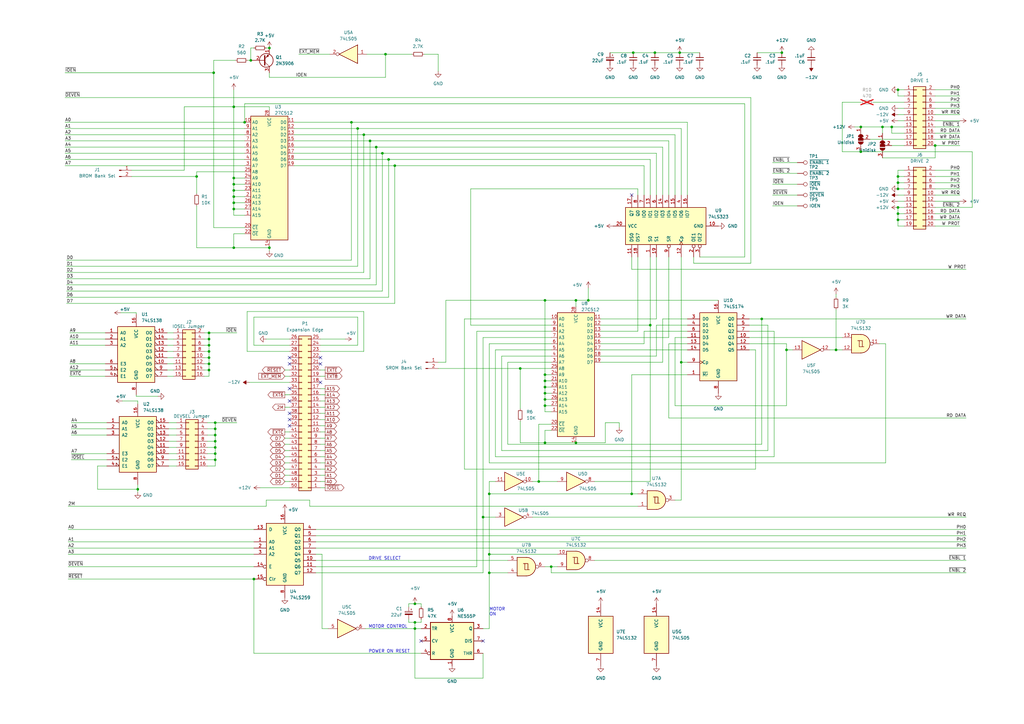
<source format=kicad_sch>
(kicad_sch
	(version 20250114)
	(generator "eeschema")
	(generator_version "9.0")
	(uuid "8d29f76a-632b-4d71-951f-82f85a7a70e9")
	(paper "A3")
	
	(text "DRIVE SELECT"
		(exclude_from_sim no)
		(at 151.13 229.87 0)
		(effects
			(font
				(size 1.27 1.27)
			)
			(justify left bottom)
		)
		(uuid "32096c80-1d98-4ed0-8b17-2c750151b76c")
	)
	(text "MOTOR CONTROL"
		(exclude_from_sim no)
		(at 151.13 257.81 0)
		(effects
			(font
				(size 1.27 1.27)
			)
			(justify left bottom)
		)
		(uuid "b6ef62f4-c465-4c3c-acae-af238f4f26b2")
	)
	(text "POWER ON RESET"
		(exclude_from_sim no)
		(at 151.13 267.97 0)
		(effects
			(font
				(size 1.27 1.27)
			)
			(justify left bottom)
		)
		(uuid "dc85ec82-107c-4516-8ee4-ef92570893f2")
	)
	(text "MOTOR\nON"
		(exclude_from_sim no)
		(at 200.66 252.73 0)
		(effects
			(font
				(size 1.27 1.27)
			)
			(justify left bottom)
		)
		(uuid "f1de4597-caac-4049-8722-f6b4249c5637")
	)
	(junction
		(at 110.49 101.6)
		(diameter 0)
		(color 0 0 0 0)
		(uuid "05c35608-664a-4ca0-a2cf-31b6dd200424")
	)
	(junction
		(at 223.52 156.21)
		(diameter 0)
		(color 0 0 0 0)
		(uuid "0879c555-36d5-4c97-9aed-43411da9ea34")
	)
	(junction
		(at 266.7 133.35)
		(diameter 0)
		(color 0 0 0 0)
		(uuid "0a7b412f-70cb-4bdd-ac90-37c18fe81247")
	)
	(junction
		(at 102.87 24.765)
		(diameter 0)
		(color 0 0 0 0)
		(uuid "0ba9ed8e-e999-4972-b176-08070152cb22")
	)
	(junction
		(at 85.725 149.225)
		(diameter 0)
		(color 0 0 0 0)
		(uuid "15605a0c-cf96-43bb-bf76-4c3d136378e6")
	)
	(junction
		(at 85.725 146.685)
		(diameter 0)
		(color 0 0 0 0)
		(uuid "1d4718a5-778a-4c3f-af8e-520b4e244b5b")
	)
	(junction
		(at 88.265 188.595)
		(diameter 0)
		(color 0 0 0 0)
		(uuid "1e542cfd-ea36-43ee-93f7-7150fc86a6b4")
	)
	(junction
		(at 365.76 52.07)
		(diameter 0)
		(color 0 0 0 0)
		(uuid "1e8fbe2b-8679-4f6a-aaab-41b5049b065b")
	)
	(junction
		(at 383.54 59.69)
		(diameter 0)
		(color 0 0 0 0)
		(uuid "1ea8a149-4aba-4853-bb4c-0394837ed622")
	)
	(junction
		(at 223.52 163.83)
		(diameter 0)
		(color 0 0 0 0)
		(uuid "1f6afc94-5427-44ba-ab5f-f21ca14d71ab")
	)
	(junction
		(at 200.66 227.33)
		(diameter 0)
		(color 0 0 0 0)
		(uuid "21deab9e-fe49-40f1-b271-ad9e3c1158a7")
	)
	(junction
		(at 88.265 173.355)
		(diameter 0)
		(color 0 0 0 0)
		(uuid "24448ccd-4e6b-4297-b1cd-b6b3f34a53d5")
	)
	(junction
		(at 223.52 161.29)
		(diameter 0)
		(color 0 0 0 0)
		(uuid "245bc0dd-2dc9-4f33-9560-45e6c9b400d0")
	)
	(junction
		(at 95.885 78.105)
		(diameter 0)
		(color 0 0 0 0)
		(uuid "25f08a18-5173-49a1-aa77-e63c3fb09d67")
	)
	(junction
		(at 100.33 50.165)
		(diameter 0)
		(color 0 0 0 0)
		(uuid "28fb8a3f-b729-4ea4-99d2-cd1ac9fbe931")
	)
	(junction
		(at 88.265 183.515)
		(diameter 0)
		(color 0 0 0 0)
		(uuid "2c34ae5a-d1be-4bcf-bebe-ffa670279c84")
	)
	(junction
		(at 158.115 22.225)
		(diameter 0)
		(color 0 0 0 0)
		(uuid "2de61a2d-59ef-4d7a-826c-d5174ad86c3e")
	)
	(junction
		(at 146.685 52.705)
		(diameter 0)
		(color 0 0 0 0)
		(uuid "30f5f225-0a6f-48a9-bb29-175458688e88")
	)
	(junction
		(at 223.52 153.67)
		(diameter 0)
		(color 0 0 0 0)
		(uuid "3b5798c4-1c2c-4a98-b765-79969f2e65cd")
	)
	(junction
		(at 88.265 180.975)
		(diameter 0)
		(color 0 0 0 0)
		(uuid "3cd3a86d-dd12-4db6-88c3-bb7512f569e8")
	)
	(junction
		(at 95.885 85.725)
		(diameter 0)
		(color 0 0 0 0)
		(uuid "3d15289f-6bd0-498d-9a91-a024047ae632")
	)
	(junction
		(at 268.605 21.59)
		(diameter 0)
		(color 0 0 0 0)
		(uuid "3dc49e25-d3e2-497d-bca1-dce6211dd479")
	)
	(junction
		(at 368.3 77.47)
		(diameter 0)
		(color 0 0 0 0)
		(uuid "40c57ef4-872a-4933-bfac-3fad98a7faeb")
	)
	(junction
		(at 95.885 73.025)
		(diameter 0)
		(color 0 0 0 0)
		(uuid "44338e21-f061-4f16-bddc-4b95d1200ff8")
	)
	(junction
		(at 56.515 200.66)
		(diameter 0)
		(color 0 0 0 0)
		(uuid "4474fbc5-95c0-46eb-be76-03f928b7ae21")
	)
	(junction
		(at 320.675 21.59)
		(diameter 0)
		(color 0 0 0 0)
		(uuid "463c12d8-e767-4dd8-97c0-cdb283823d10")
	)
	(junction
		(at 259.08 202.565)
		(diameter 0)
		(color 0 0 0 0)
		(uuid "4d1bf63f-0fa7-41aa-b85c-9f91e7e3a330")
	)
	(junction
		(at 278.765 21.59)
		(diameter 0)
		(color 0 0 0 0)
		(uuid "5050a3d7-cc2e-41dc-a3ff-0ef2e03614ae")
	)
	(junction
		(at 88.265 175.895)
		(diameter 0)
		(color 0 0 0 0)
		(uuid "528db227-f1ec-48a4-84f3-957e6a0e2945")
	)
	(junction
		(at 85.725 141.605)
		(diameter 0)
		(color 0 0 0 0)
		(uuid "567b4917-422e-4da3-896c-e3f1f7b69bc9")
	)
	(junction
		(at 368.3 36.83)
		(diameter 0)
		(color 0 0 0 0)
		(uuid "5d0ce87b-48fa-46aa-8a28-60ec56664695")
	)
	(junction
		(at 88.265 186.055)
		(diameter 0)
		(color 0 0 0 0)
		(uuid "5f72fc10-b556-4014-a2dc-4c1edea61bbb")
	)
	(junction
		(at 154.305 60.325)
		(diameter 0)
		(color 0 0 0 0)
		(uuid "69a5cb29-894a-4088-9123-a45b36745aad")
	)
	(junction
		(at 88.265 178.435)
		(diameter 0)
		(color 0 0 0 0)
		(uuid "6beb30db-72de-42e8-a0d7-1b562182385d")
	)
	(junction
		(at 220.98 197.485)
		(diameter 0)
		(color 0 0 0 0)
		(uuid "6c2f69b3-9b7c-434c-bb20-a6baea35c014")
	)
	(junction
		(at 104.14 237.49)
		(diameter 0)
		(color 0 0 0 0)
		(uuid "73b75c6b-0481-4c40-949d-c5403ad081db")
	)
	(junction
		(at 368.3 74.93)
		(diameter 0)
		(color 0 0 0 0)
		(uuid "786a55f6-f68a-4747-9143-eb9c21ad29f8")
	)
	(junction
		(at 161.925 67.945)
		(diameter 0)
		(color 0 0 0 0)
		(uuid "797db6ae-81a2-4e43-b4a3-1a961e3d2ce2")
	)
	(junction
		(at 151.765 57.785)
		(diameter 0)
		(color 0 0 0 0)
		(uuid "7b51218c-7899-428e-9d5a-d5cbdf48df8f")
	)
	(junction
		(at 159.385 65.405)
		(diameter 0)
		(color 0 0 0 0)
		(uuid "7fbb1f98-7376-4587-9074-f062416820d2")
	)
	(junction
		(at 241.3 123.19)
		(diameter 0)
		(color 0 0 0 0)
		(uuid "813bc9ac-6aff-4f98-8f32-f441000ea493")
	)
	(junction
		(at 95.885 83.185)
		(diameter 0)
		(color 0 0 0 0)
		(uuid "82e60a17-5192-47b0-809b-9d2b4e3e2a41")
	)
	(junction
		(at 85.725 136.525)
		(diameter 0)
		(color 0 0 0 0)
		(uuid "83915695-10b4-4375-96ca-404e57c38876")
	)
	(junction
		(at 144.145 50.165)
		(diameter 0)
		(color 0 0 0 0)
		(uuid "84cb6800-fdec-4336-9e0d-692f16a0e20e")
	)
	(junction
		(at 279.4 148.59)
		(diameter 0)
		(color 0 0 0 0)
		(uuid "87a0eb59-2dce-441c-9dd8-c0e92ab69b80")
	)
	(junction
		(at 198.12 212.09)
		(diameter 0)
		(color 0 0 0 0)
		(uuid "8e5d7652-5f57-4b05-a03e-7724a43fa613")
	)
	(junction
		(at 95.885 101.6)
		(diameter 0)
		(color 0 0 0 0)
		(uuid "8f5ebc58-e6f8-4787-8942-a1ec1418d1b7")
	)
	(junction
		(at 322.58 143.51)
		(diameter 0)
		(color 0 0 0 0)
		(uuid "9072744a-3983-4bde-8321-c7b4fbdcaee0")
	)
	(junction
		(at 170.18 257.81)
		(diameter 0)
		(color 0 0 0 0)
		(uuid "94683f4a-bad4-4ca4-aec8-1e76d7911546")
	)
	(junction
		(at 170.18 255.27)
		(diameter 0)
		(color 0 0 0 0)
		(uuid "9689360c-62f4-4ccd-928a-0354a8b12062")
	)
	(junction
		(at 170.18 247.65)
		(diameter 0)
		(color 0 0 0 0)
		(uuid "98f039f2-3a30-409f-8e2f-7f3bd469c43e")
	)
	(junction
		(at 368.3 72.39)
		(diameter 0)
		(color 0 0 0 0)
		(uuid "9a860088-5b1b-4997-b300-ff2cfa89e410")
	)
	(junction
		(at 80.645 72.39)
		(diameter 0)
		(color 0 0 0 0)
		(uuid "9c85b338-410e-4f21-85a1-16cc577a80f6")
	)
	(junction
		(at 223.52 181.61)
		(diameter 0)
		(color 0 0 0 0)
		(uuid "9fe2b187-bc45-4cca-a998-2f56a15f492e")
	)
	(junction
		(at 213.36 151.13)
		(diameter 0)
		(color 0 0 0 0)
		(uuid "a3fd1932-06aa-4647-b2d8-ad94fa969d00")
	)
	(junction
		(at 156.845 62.865)
		(diameter 0)
		(color 0 0 0 0)
		(uuid "a40c354b-9e3f-4183-952c-982ff222b866")
	)
	(junction
		(at 223.52 158.75)
		(diameter 0)
		(color 0 0 0 0)
		(uuid "a55a0779-c230-4e34-bb7b-f0f7788b5802")
	)
	(junction
		(at 85.725 139.065)
		(diameter 0)
		(color 0 0 0 0)
		(uuid "a83d4110-ac2d-4f84-be37-09b66f571eb9")
	)
	(junction
		(at 368.3 87.63)
		(diameter 0)
		(color 0 0 0 0)
		(uuid "a8b53387-bb5e-4160-878a-021b66310ef4")
	)
	(junction
		(at 95.885 80.645)
		(diameter 0)
		(color 0 0 0 0)
		(uuid "a8beffd9-87f8-453c-afce-3b5f62487bd7")
	)
	(junction
		(at 85.725 151.765)
		(diameter 0)
		(color 0 0 0 0)
		(uuid "b1fa9f39-1a4a-4822-9751-a1f130395fdb")
	)
	(junction
		(at 85.725 144.145)
		(diameter 0)
		(color 0 0 0 0)
		(uuid "b39130d2-2e46-4427-8a0f-d53c56f819d3")
	)
	(junction
		(at 200.66 202.565)
		(diameter 0)
		(color 0 0 0 0)
		(uuid "b3d6d337-68bb-4836-b7fe-89e885bcad7c")
	)
	(junction
		(at 368.3 85.09)
		(diameter 0)
		(color 0 0 0 0)
		(uuid "b6c465a5-bb87-454a-97c7-05467e0dccf6")
	)
	(junction
		(at 87.63 29.845)
		(diameter 0)
		(color 0 0 0 0)
		(uuid "b86adde4-e9f6-4cff-9214-7308b62f93b2")
	)
	(junction
		(at 200.66 234.95)
		(diameter 0)
		(color 0 0 0 0)
		(uuid "bf10109e-476a-4edb-af39-68c09c46d515")
	)
	(junction
		(at 149.225 55.245)
		(diameter 0)
		(color 0 0 0 0)
		(uuid "bf139f30-b47c-44ad-b650-ef3c6c14a974")
	)
	(junction
		(at 223.52 166.37)
		(diameter 0)
		(color 0 0 0 0)
		(uuid "cf82bfd1-c322-4834-8111-b1cc12dbb0c1")
	)
	(junction
		(at 353.06 52.07)
		(diameter 0)
		(color 0 0 0 0)
		(uuid "e148e5c5-24ad-4f9f-95ae-ac7f40a64813")
	)
	(junction
		(at 236.22 181.61)
		(diameter 0)
		(color 0 0 0 0)
		(uuid "e1ed6a2a-b089-4042-ae3a-4aafc9c776cd")
	)
	(junction
		(at 342.9 143.51)
		(diameter 0)
		(color 0 0 0 0)
		(uuid "e2416487-9682-4e25-b69e-39b86bcb6212")
	)
	(junction
		(at 223.52 123.19)
		(diameter 0)
		(color 0 0 0 0)
		(uuid "e44c4ffb-887d-4faa-822f-fe542d4a4c90")
	)
	(junction
		(at 236.22 123.19)
		(diameter 0)
		(color 0 0 0 0)
		(uuid "e7b57ddc-28e9-4fe3-beee-f7ac91049199")
	)
	(junction
		(at 368.3 90.17)
		(diameter 0)
		(color 0 0 0 0)
		(uuid "e842378a-2f4b-489f-9cb1-df531ab6638b")
	)
	(junction
		(at 312.42 130.81)
		(diameter 0)
		(color 0 0 0 0)
		(uuid "ec467555-1589-4c66-b85c-290dc8c684e7")
	)
	(junction
		(at 95.885 43.815)
		(diameter 0)
		(color 0 0 0 0)
		(uuid "ec4ee92f-b995-4c82-a511-8424fb0c79b2")
	)
	(junction
		(at 110.49 19.685)
		(diameter 0)
		(color 0 0 0 0)
		(uuid "ed715a72-5a70-4e8f-b840-137e6099d87c")
	)
	(junction
		(at 226.06 232.41)
		(diameter 0)
		(color 0 0 0 0)
		(uuid "f7d6edbc-0cf0-400c-bdd8-390463e62a6f")
	)
	(junction
		(at 361.95 52.07)
		(diameter 0)
		(color 0 0 0 0)
		(uuid "f866dbb5-de03-4d6d-a840-f4944249ed73")
	)
	(junction
		(at 95.885 75.565)
		(diameter 0)
		(color 0 0 0 0)
		(uuid "fc92d096-10d0-42f8-9ddf-df80125b38cd")
	)
	(junction
		(at 259.715 21.59)
		(diameter 0)
		(color 0 0 0 0)
		(uuid "fe287263-7782-408f-9055-5294e8efa29c")
	)
	(junction
		(at 353.06 62.23)
		(diameter 0)
		(color 0 0 0 0)
		(uuid "fe2cb73c-c9d3-40ab-a3af-645fc2e660d9")
	)
	(no_connect
		(at 131.445 146.685)
		(uuid "09cb5ca2-f037-4767-bd4d-094c054413ca")
	)
	(no_connect
		(at 118.745 149.225)
		(uuid "0c808b20-1ba0-487f-bde6-631fcdf86992")
	)
	(no_connect
		(at 172.72 262.89)
		(uuid "24ce83df-adc7-49b1-8de5-59140a6a241c")
	)
	(no_connect
		(at 259.08 80.01)
		(uuid "3801ac87-4c62-4d90-bb89-bd02a827a7a2")
	)
	(no_connect
		(at 118.745 172.085)
		(uuid "3df9b39c-f7bd-4e28-98f6-f2a8b555dccf")
	)
	(no_connect
		(at 118.745 169.545)
		(uuid "5ea4b0f4-536a-4279-ac4c-04203f194641")
	)
	(no_connect
		(at 131.445 149.225)
		(uuid "74c89753-aa43-46ac-82d6-f1c8035f7dc9")
	)
	(no_connect
		(at 198.12 262.89)
		(uuid "76bde493-9706-455b-a7ea-a279cace855f")
	)
	(no_connect
		(at 118.745 164.465)
		(uuid "7f40a9b2-6015-430a-bf2e-e9397fb5675f")
	)
	(no_connect
		(at 118.745 146.685)
		(uuid "845f3c28-3ea3-4169-9f2b-9dd6d4e7a7f3")
	)
	(no_connect
		(at 131.445 156.845)
		(uuid "a65c5215-f32e-4281-a70d-d2e04994f325")
	)
	(no_connect
		(at 118.745 174.625)
		(uuid "cc97dbf1-a437-4548-ac8f-50dfd2b59e4a")
	)
	(no_connect
		(at 118.745 159.385)
		(uuid "dfa21c67-ce2b-471f-aa3e-6773bee1e862")
	)
	(wire
		(pts
			(xy 322.58 140.97) (xy 322.58 143.51)
		)
		(stroke
			(width 0)
			(type default)
		)
		(uuid "002fd2d7-be66-4a87-8e49-65dcdd3be486")
	)
	(wire
		(pts
			(xy 248.285 181.61) (xy 248.285 173.355)
		)
		(stroke
			(width 0)
			(type default)
		)
		(uuid "003a73d5-bba8-4f69-b405-e7bae5f6934b")
	)
	(wire
		(pts
			(xy 383.54 64.77) (xy 383.54 59.69)
		)
		(stroke
			(width 0)
			(type default)
		)
		(uuid "005520ab-aa54-434d-95d0-10b1cd21ee1c")
	)
	(wire
		(pts
			(xy 85.725 136.525) (xy 85.725 139.065)
		)
		(stroke
			(width 0)
			(type default)
		)
		(uuid "00a94d22-003f-40ec-845f-c4453633bc53")
	)
	(wire
		(pts
			(xy 56.515 198.755) (xy 56.515 200.66)
		)
		(stroke
			(width 0)
			(type default)
		)
		(uuid "010d2632-ed4a-42a1-88c1-728d0e602dd6")
	)
	(wire
		(pts
			(xy 110.49 102.87) (xy 110.49 101.6)
		)
		(stroke
			(width 0)
			(type default)
		)
		(uuid "0185753a-a588-46cb-9bd2-7d92b7488512")
	)
	(wire
		(pts
			(xy 223.52 161.29) (xy 223.52 163.83)
		)
		(stroke
			(width 0)
			(type default)
		)
		(uuid "01ba4be6-9e75-4304-ab82-859249ee68f2")
	)
	(wire
		(pts
			(xy 193.04 77.47) (xy 193.04 133.35)
		)
		(stroke
			(width 0)
			(type default)
		)
		(uuid "01cfb3cc-45cf-4443-824a-1ca7d2dfc72d")
	)
	(wire
		(pts
			(xy 179.705 151.13) (xy 213.36 151.13)
		)
		(stroke
			(width 0)
			(type default)
		)
		(uuid "01d83745-668f-4543-9cc1-4a77d118a2b3")
	)
	(wire
		(pts
			(xy 170.18 257.81) (xy 172.72 257.81)
		)
		(stroke
			(width 0)
			(type default)
		)
		(uuid "02da0d16-3d12-46a4-9bc8-dac4689f99fc")
	)
	(wire
		(pts
			(xy 28.575 139.065) (xy 43.18 139.065)
		)
		(stroke
			(width 0)
			(type default)
		)
		(uuid "0372d352-2b15-4522-a99d-9b308d4b21f3")
	)
	(wire
		(pts
			(xy 236.22 123.19) (xy 236.22 125.73)
		)
		(stroke
			(width 0)
			(type default)
		)
		(uuid "03d3d3d3-e776-4c5d-a5f8-483f41545fa0")
	)
	(wire
		(pts
			(xy 276.86 55.245) (xy 276.86 80.01)
		)
		(stroke
			(width 0)
			(type default)
		)
		(uuid "040f556c-b731-474e-ba57-fe04d7580ff1")
	)
	(wire
		(pts
			(xy 203.2 187.325) (xy 317.5 187.325)
		)
		(stroke
			(width 0)
			(type default)
		)
		(uuid "0553e7ea-1d50-48ac-ac36-3cd63cd9aeea")
	)
	(wire
		(pts
			(xy 368.3 74.93) (xy 368.3 77.47)
		)
		(stroke
			(width 0)
			(type default)
		)
		(uuid "05fc52a7-2bcc-4649-8376-4c214b84bb97")
	)
	(wire
		(pts
			(xy 327.025 71.12) (xy 316.865 71.12)
		)
		(stroke
			(width 0)
			(type default)
		)
		(uuid "06554c61-3879-42e7-bf14-88ec2b2f2cc4")
	)
	(wire
		(pts
			(xy 83.82 141.605) (xy 85.725 141.605)
		)
		(stroke
			(width 0)
			(type default)
		)
		(uuid "069b6b70-2781-406e-a655-e9752625b982")
	)
	(wire
		(pts
			(xy 104.14 130.048) (xy 104.14 141.605)
		)
		(stroke
			(width 0)
			(type default)
		)
		(uuid "07f2b615-5605-464c-80d8-11014832cdd0")
	)
	(wire
		(pts
			(xy 158.115 31.75) (xy 158.115 22.225)
		)
		(stroke
			(width 0)
			(type default)
		)
		(uuid "07f86f79-4086-4875-8ceb-b9ee61abd8d7")
	)
	(wire
		(pts
			(xy 129.54 229.87) (xy 208.28 229.87)
		)
		(stroke
			(width 0)
			(type default)
		)
		(uuid "07f89384-a348-4bbf-a28a-b33c80b0b3ed")
	)
	(wire
		(pts
			(xy 236.22 181.61) (xy 223.52 181.61)
		)
		(stroke
			(width 0)
			(type default)
		)
		(uuid "0823ec80-9f4f-4636-8f6b-e201415c7393")
	)
	(wire
		(pts
			(xy 383.54 90.17) (xy 393.7 90.17)
		)
		(stroke
			(width 0)
			(type default)
		)
		(uuid "08362519-b1e4-4590-b4b6-c24b3a2cf7bb")
	)
	(wire
		(pts
			(xy 190.5 192.405) (xy 309.88 192.405)
		)
		(stroke
			(width 0)
			(type default)
		)
		(uuid "0a546a50-d10e-4e34-9f3b-20da1ac81caa")
	)
	(wire
		(pts
			(xy 226.06 234.95) (xy 396.24 234.95)
		)
		(stroke
			(width 0)
			(type default)
		)
		(uuid "0ae6ec9f-c2d0-41a1-90f4-0b58ed9f7c02")
	)
	(wire
		(pts
			(xy 120.65 60.325) (xy 154.305 60.325)
		)
		(stroke
			(width 0)
			(type default)
		)
		(uuid "0b9926af-65cd-4ea2-9312-fe7c9913ce8e")
	)
	(wire
		(pts
			(xy 83.82 144.145) (xy 85.725 144.145)
		)
		(stroke
			(width 0)
			(type default)
		)
		(uuid "0be18984-773f-49ef-a1ef-0ae3e40ae114")
	)
	(wire
		(pts
			(xy 172.72 247.65) (xy 172.72 248.92)
		)
		(stroke
			(width 0)
			(type default)
		)
		(uuid "0c5d24ae-baf9-4661-9db5-5926b2ac1d6b")
	)
	(wire
		(pts
			(xy 246.38 133.35) (xy 266.7 133.35)
		)
		(stroke
			(width 0)
			(type default)
		)
		(uuid "0c7cadb5-6da1-4221-83d0-f0170aff118f")
	)
	(wire
		(pts
			(xy 131.445 189.865) (xy 133.35 189.865)
		)
		(stroke
			(width 0)
			(type default)
		)
		(uuid "0cd9d382-dd16-4687-ae20-27db55c4969f")
	)
	(wire
		(pts
			(xy 278.765 21.59) (xy 268.605 21.59)
		)
		(stroke
			(width 0)
			(type default)
		)
		(uuid "0eb99482-694f-4ff1-89fa-58ae1322d661")
	)
	(wire
		(pts
			(xy 95.885 83.185) (xy 95.885 85.725)
		)
		(stroke
			(width 0)
			(type default)
		)
		(uuid "0ee42175-0922-4fb8-8624-c0ef2f28e750")
	)
	(wire
		(pts
			(xy 29.21 178.435) (xy 43.815 178.435)
		)
		(stroke
			(width 0)
			(type default)
		)
		(uuid "0eeabcd7-348c-496c-bf89-9efee8011e76")
	)
	(wire
		(pts
			(xy 75.565 43.815) (xy 75.565 69.85)
		)
		(stroke
			(width 0)
			(type default)
		)
		(uuid "0f6a6bb9-658a-4cc8-aaab-2f8456bff783")
	)
	(wire
		(pts
			(xy 131.445 161.925) (xy 133.35 161.925)
		)
		(stroke
			(width 0)
			(type default)
		)
		(uuid "11530c3b-e92a-4222-8587-26beff227523")
	)
	(wire
		(pts
			(xy 223.52 156.21) (xy 226.06 156.21)
		)
		(stroke
			(width 0)
			(type default)
		)
		(uuid "11aec3cf-6786-4b61-9abd-5102df521d8b")
	)
	(wire
		(pts
			(xy 85.725 149.225) (xy 85.725 151.765)
		)
		(stroke
			(width 0)
			(type default)
		)
		(uuid "11dd4137-c665-4866-85ed-f9fe8e15cd9c")
	)
	(wire
		(pts
			(xy 146.685 130.048) (xy 104.14 130.048)
		)
		(stroke
			(width 0)
			(type default)
		)
		(uuid "12ae0546-56ce-4946-ae78-a3f728f0fec8")
	)
	(wire
		(pts
			(xy 223.52 166.37) (xy 226.06 166.37)
		)
		(stroke
			(width 0)
			(type default)
		)
		(uuid "146549e8-1fcd-4d37-bd27-c60fa48989bf")
	)
	(wire
		(pts
			(xy 129.54 219.71) (xy 396.24 219.71)
		)
		(stroke
			(width 0)
			(type default)
		)
		(uuid "1509c567-c73b-47f2-8d0f-5f03d2c921cd")
	)
	(wire
		(pts
			(xy 101.346 144.145) (xy 118.745 144.145)
		)
		(stroke
			(width 0)
			(type default)
		)
		(uuid "151c7a5c-1632-4466-9a42-660310eb7d64")
	)
	(wire
		(pts
			(xy 116.84 167.005) (xy 118.745 167.005)
		)
		(stroke
			(width 0)
			(type default)
		)
		(uuid "15b9b2c6-c334-4e36-8e4f-94f73fcd7630")
	)
	(wire
		(pts
			(xy 131.445 154.305) (xy 133.35 154.305)
		)
		(stroke
			(width 0)
			(type default)
		)
		(uuid "16401bde-830b-4199-83e6-9779a594a4d2")
	)
	(wire
		(pts
			(xy 116.84 192.405) (xy 118.745 192.405)
		)
		(stroke
			(width 0)
			(type default)
		)
		(uuid "17982d4b-6e11-43bc-b285-ce88a4c766c4")
	)
	(wire
		(pts
			(xy 149.225 55.245) (xy 149.225 111.76)
		)
		(stroke
			(width 0)
			(type default)
		)
		(uuid "188d085c-7dae-4530-bce0-1bd1ae787617")
	)
	(wire
		(pts
			(xy 27.305 109.22) (xy 146.685 109.22)
		)
		(stroke
			(width 0)
			(type default)
		)
		(uuid "18bb29e6-bd56-4695-9c90-9d4b55326793")
	)
	(wire
		(pts
			(xy 95.885 80.645) (xy 100.33 80.645)
		)
		(stroke
			(width 0)
			(type default)
		)
		(uuid "18cd97b8-567e-461a-a569-6d9b12001701")
	)
	(wire
		(pts
			(xy 161.925 67.945) (xy 161.925 124.46)
		)
		(stroke
			(width 0)
			(type default)
		)
		(uuid "19500551-9ab5-4760-9805-a118fda9c985")
	)
	(wire
		(pts
			(xy 305.435 105.41) (xy 287.02 105.41)
		)
		(stroke
			(width 0)
			(type default)
		)
		(uuid "1b90a748-4469-4403-b368-76126115304b")
	)
	(wire
		(pts
			(xy 131.445 187.325) (xy 133.35 187.325)
		)
		(stroke
			(width 0)
			(type default)
		)
		(uuid "1bdb2ec4-0b54-486d-ab8a-3a3cf73fc46f")
	)
	(wire
		(pts
			(xy 383.54 87.63) (xy 393.7 87.63)
		)
		(stroke
			(width 0)
			(type default)
		)
		(uuid "1be80b5c-5e71-4a4a-961c-b34579570a79")
	)
	(wire
		(pts
			(xy 144.145 50.165) (xy 281.94 50.165)
		)
		(stroke
			(width 0)
			(type default)
		)
		(uuid "1c9db634-753f-4221-a5bc-7ad4208eb554")
	)
	(wire
		(pts
			(xy 129.54 224.79) (xy 396.24 224.79)
		)
		(stroke
			(width 0)
			(type default)
		)
		(uuid "1cab1c13-e5e2-44d6-8611-199df41cc51a")
	)
	(wire
		(pts
			(xy 223.52 161.29) (xy 226.06 161.29)
		)
		(stroke
			(width 0)
			(type default)
		)
		(uuid "1cb61f41-3d1c-4dff-9479-62fab2287e26")
	)
	(wire
		(pts
			(xy 383.54 77.47) (xy 393.7 77.47)
		)
		(stroke
			(width 0)
			(type default)
		)
		(uuid "1d496e3c-d9a8-486f-a410-c99bf08bd807")
	)
	(wire
		(pts
			(xy 361.95 52.07) (xy 365.76 52.07)
		)
		(stroke
			(width 0)
			(type default)
		)
		(uuid "1dda161e-260d-4726-85f3-e91e571d654a")
	)
	(wire
		(pts
			(xy 198.12 138.43) (xy 198.12 212.09)
		)
		(stroke
			(width 0)
			(type default)
		)
		(uuid "1e9b3331-6e4c-425f-bd5b-40abfe37006d")
	)
	(wire
		(pts
			(xy 159.385 65.405) (xy 159.385 121.92)
		)
		(stroke
			(width 0)
			(type default)
		)
		(uuid "1eb92119-727b-45ae-afe1-c32360d66c60")
	)
	(wire
		(pts
			(xy 213.36 172.72) (xy 213.36 181.61)
		)
		(stroke
			(width 0)
			(type default)
		)
		(uuid "1f047f7a-4f58-483c-a838-16e33a170444")
	)
	(wire
		(pts
			(xy 236.22 123.19) (xy 241.3 123.19)
		)
		(stroke
			(width 0)
			(type default)
		)
		(uuid "1f822886-b150-4786-b463-4be39e03903a")
	)
	(wire
		(pts
			(xy 383.54 85.09) (xy 398.78 85.09)
		)
		(stroke
			(width 0)
			(type default)
		)
		(uuid "1fe2f8af-ca13-49d2-b540-1d676020e7bd")
	)
	(wire
		(pts
			(xy 149.225 144.145) (xy 149.225 127.762)
		)
		(stroke
			(width 0)
			(type default)
		)
		(uuid "203d27a7-ebba-4d12-badd-bc5fc73a868a")
	)
	(wire
		(pts
			(xy 95.885 101.6) (xy 80.645 101.6)
		)
		(stroke
			(width 0)
			(type default)
		)
		(uuid "204e05df-26b4-4276-bf7a-8eea107c2c98")
	)
	(wire
		(pts
			(xy 146.685 52.705) (xy 279.4 52.705)
		)
		(stroke
			(width 0)
			(type default)
		)
		(uuid "206dcf71-bf16-4891-9f5e-88ec4e245610")
	)
	(wire
		(pts
			(xy 320.675 21.59) (xy 310.515 21.59)
		)
		(stroke
			(width 0)
			(type default)
		)
		(uuid "20b6a1e8-b9fb-42eb-aebb-c1936f2291ce")
	)
	(wire
		(pts
			(xy 68.58 146.685) (xy 71.12 146.685)
		)
		(stroke
			(width 0)
			(type default)
		)
		(uuid "226991fb-ca2b-48ff-8520-0a29fe7d9306")
	)
	(wire
		(pts
			(xy 350.52 52.07) (xy 353.06 52.07)
		)
		(stroke
			(width 0)
			(type default)
		)
		(uuid "22875feb-91b0-472b-8b00-e74ac9893d1e")
	)
	(wire
		(pts
			(xy 269.24 62.865) (xy 269.24 80.01)
		)
		(stroke
			(width 0)
			(type default)
		)
		(uuid "2375a23b-508c-4bd3-8e4f-5aebe6b07800")
	)
	(wire
		(pts
			(xy 80.645 72.39) (xy 80.645 70.485)
		)
		(stroke
			(width 0)
			(type default)
		)
		(uuid "23955a25-f4da-497a-b473-c0e5f5f270aa")
	)
	(wire
		(pts
			(xy 182.88 123.19) (xy 182.88 148.59)
		)
		(stroke
			(width 0)
			(type default)
		)
		(uuid "2398833d-04b7-452d-ba6b-d7e4fe02f403")
	)
	(wire
		(pts
			(xy 274.32 105.41) (xy 274.32 138.43)
		)
		(stroke
			(width 0)
			(type default)
		)
		(uuid "23cc4ae3-9b03-40bb-82e0-23fc4d40ea5f")
	)
	(wire
		(pts
			(xy 29.21 173.355) (xy 43.815 173.355)
		)
		(stroke
			(width 0)
			(type default)
		)
		(uuid "23d03d7f-3fa3-4262-94ef-c7d67723f473")
	)
	(wire
		(pts
			(xy 363.22 189.865) (xy 363.22 140.97)
		)
		(stroke
			(width 0)
			(type default)
		)
		(uuid "24bfe3c6-60e2-4a78-bb62-924392218143")
	)
	(wire
		(pts
			(xy 131.445 179.705) (xy 133.35 179.705)
		)
		(stroke
			(width 0)
			(type default)
		)
		(uuid "25d35aca-2b44-482d-a9c6-cd18913cbaf2")
	)
	(wire
		(pts
			(xy 317.5 187.325) (xy 317.5 135.89)
		)
		(stroke
			(width 0)
			(type default)
		)
		(uuid "26bfe3d7-2568-4e2f-8999-9e95f79e347d")
	)
	(wire
		(pts
			(xy 85.09 173.355) (xy 88.265 173.355)
		)
		(stroke
			(width 0)
			(type default)
		)
		(uuid "27b53377-6b90-493b-b895-b0fcefdc409c")
	)
	(wire
		(pts
			(xy 55.88 162.56) (xy 55.88 161.925)
		)
		(stroke
			(width 0)
			(type default)
		)
		(uuid "285627d0-acc1-4cd2-89a3-1af34c724ae4")
	)
	(wire
		(pts
			(xy 259.715 21.59) (xy 268.605 21.59)
		)
		(stroke
			(width 0)
			(type default)
		)
		(uuid "28ee4499-e07b-43fb-bdd3-59c6b0292bd3")
	)
	(wire
		(pts
			(xy 27.94 207.645) (xy 109.22 207.645)
		)
		(stroke
			(width 0)
			(type default)
		)
		(uuid "29c06ac6-9c42-4ff5-bb25-48d0c8388580")
	)
	(wire
		(pts
			(xy 170.18 278.13) (xy 170.18 257.81)
		)
		(stroke
			(width 0)
			(type default)
		)
		(uuid "2a298268-8c25-4a45-ac9c-e4dea7c4f57f")
	)
	(wire
		(pts
			(xy 100.33 42.545) (xy 100.33 50.165)
		)
		(stroke
			(width 0)
			(type default)
		)
		(uuid "2a2a7cf9-e7e9-47ed-92d0-ed0421f9cb4d")
	)
	(wire
		(pts
			(xy 131.445 174.625) (xy 133.35 174.625)
		)
		(stroke
			(width 0)
			(type default)
		)
		(uuid "2ab04268-d2c1-443d-9da8-f95d2b922db2")
	)
	(wire
		(pts
			(xy 53.975 72.39) (xy 80.645 72.39)
		)
		(stroke
			(width 0)
			(type default)
		)
		(uuid "2b5a2f12-d2ee-4114-84b5-06e37c3a525f")
	)
	(wire
		(pts
			(xy 342.9 127) (xy 342.9 143.51)
		)
		(stroke
			(width 0)
			(type default)
		)
		(uuid "2ba5ec4f-a8db-4682-b3f7-54096fceba9a")
	)
	(wire
		(pts
			(xy 243.84 197.485) (xy 266.7 197.485)
		)
		(stroke
			(width 0)
			(type default)
		)
		(uuid "2c16da2e-69d4-4190-802f-fbd3cd59c96a")
	)
	(wire
		(pts
			(xy 129.54 234.95) (xy 198.12 234.95)
		)
		(stroke
			(width 0)
			(type default)
		)
		(uuid "2c8f55da-067b-4d3b-820e-5c0a11e5c7ab")
	)
	(wire
		(pts
			(xy 266.7 65.405) (xy 266.7 80.01)
		)
		(stroke
			(width 0)
			(type default)
		)
		(uuid "2c9b0c63-46b3-42f9-8c9e-6a34c099e00c")
	)
	(wire
		(pts
			(xy 190.5 130.81) (xy 226.06 130.81)
		)
		(stroke
			(width 0)
			(type default)
		)
		(uuid "2c9b1e05-123b-4754-adb2-bc98e3bb0e97")
	)
	(wire
		(pts
			(xy 27.305 106.68) (xy 144.145 106.68)
		)
		(stroke
			(width 0)
			(type default)
		)
		(uuid "2cbe804e-fa9f-40b7-8273-4e50a6d4c6f4")
	)
	(wire
		(pts
			(xy 27.305 111.76) (xy 149.225 111.76)
		)
		(stroke
			(width 0)
			(type default)
		)
		(uuid "2cc0634a-2688-4834-ae28-e2595dafd825")
	)
	(wire
		(pts
			(xy 200.66 227.33) (xy 200.66 234.95)
		)
		(stroke
			(width 0)
			(type default)
		)
		(uuid "2cc630b5-2500-4fa2-886f-ccf6a7ba2fa0")
	)
	(wire
		(pts
			(xy 102.87 19.685) (xy 104.14 19.685)
		)
		(stroke
			(width 0)
			(type default)
		)
		(uuid "2d232f74-4aba-4ea5-94ec-b0a706ad1466")
	)
	(wire
		(pts
			(xy 95.885 83.185) (xy 100.33 83.185)
		)
		(stroke
			(width 0)
			(type default)
		)
		(uuid "2d35af53-f4dc-4d5f-894d-cb4d07b6d7c6")
	)
	(wire
		(pts
			(xy 83.82 154.305) (xy 85.725 154.305)
		)
		(stroke
			(width 0)
			(type default)
		)
		(uuid "2e1afdfd-04a4-4a81-86fa-5d91ad3a5d78")
	)
	(wire
		(pts
			(xy 116.84 182.245) (xy 118.745 182.245)
		)
		(stroke
			(width 0)
			(type default)
		)
		(uuid "2f250031-cd09-4dcd-a85f-5ef9ad5a6c05")
	)
	(wire
		(pts
			(xy 383.54 41.91) (xy 393.7 41.91)
		)
		(stroke
			(width 0)
			(type default)
		)
		(uuid "2f6019e0-a517-4718-a181-073367eb84ab")
	)
	(wire
		(pts
			(xy 200.66 140.97) (xy 200.66 189.865)
		)
		(stroke
			(width 0)
			(type default)
		)
		(uuid "2fb296b0-6096-4c7a-85c9-e6a15a41ef1a")
	)
	(wire
		(pts
			(xy 95.885 75.565) (xy 95.885 78.105)
		)
		(stroke
			(width 0)
			(type default)
		)
		(uuid "30403b14-9def-435c-bd6f-a85844ce71df")
	)
	(wire
		(pts
			(xy 27.305 124.46) (xy 161.925 124.46)
		)
		(stroke
			(width 0)
			(type default)
		)
		(uuid "30d6aadb-d508-4cae-a200-774e606bbfa1")
	)
	(wire
		(pts
			(xy 261.62 105.41) (xy 261.62 135.89)
		)
		(stroke
			(width 0)
			(type default)
		)
		(uuid "31d27f1b-b8bd-4e3f-b671-71b0b22ff6ff")
	)
	(wire
		(pts
			(xy 28.575 136.525) (xy 43.18 136.525)
		)
		(stroke
			(width 0)
			(type default)
		)
		(uuid "32ebe881-783b-4267-a979-85a0df767077")
	)
	(wire
		(pts
			(xy 200.66 189.865) (xy 363.22 189.865)
		)
		(stroke
			(width 0)
			(type default)
		)
		(uuid "34df1aa3-641f-4d1c-aae0-195b7c53ff43")
	)
	(wire
		(pts
			(xy 307.34 135.89) (xy 317.5 135.89)
		)
		(stroke
			(width 0)
			(type default)
		)
		(uuid "353ea4d8-3abc-48c0-990c-e9d2b9121467")
	)
	(wire
		(pts
			(xy 281.94 50.165) (xy 281.94 80.01)
		)
		(stroke
			(width 0)
			(type default)
		)
		(uuid "355d96a7-b863-431a-a668-481b97175e85")
	)
	(wire
		(pts
			(xy 131.445 192.405) (xy 133.35 192.405)
		)
		(stroke
			(width 0)
			(type default)
		)
		(uuid "35ee101e-87d7-4b57-ab93-1eb6551f657b")
	)
	(wire
		(pts
			(xy 80.645 84.455) (xy 80.645 101.6)
		)
		(stroke
			(width 0)
			(type default)
		)
		(uuid "3602f1c3-a297-477e-8d41-723debe510c7")
	)
	(wire
		(pts
			(xy 131.445 200.025) (xy 133.35 200.025)
		)
		(stroke
			(width 0)
			(type default)
		)
		(uuid "36320a72-48da-4e36-8f3e-297e7299917f")
	)
	(wire
		(pts
			(xy 27.94 217.17) (xy 104.14 217.17)
		)
		(stroke
			(width 0)
			(type default)
		)
		(uuid "369901b2-1923-434e-a616-68211a0c0ce3")
	)
	(wire
		(pts
			(xy 342.9 120.65) (xy 342.9 121.92)
		)
		(stroke
			(width 0)
			(type default)
		)
		(uuid "39504826-2165-4a11-aa9c-8dbb2537af7f")
	)
	(wire
		(pts
			(xy 49.53 128.27) (xy 55.88 128.27)
		)
		(stroke
			(width 0)
			(type default)
		)
		(uuid "3ab9f7fa-bb85-4bd9-a0b9-1a628caa4860")
	)
	(wire
		(pts
			(xy 167.64 247.65) (xy 170.18 247.65)
		)
		(stroke
			(width 0)
			(type default)
		)
		(uuid "3d57f0a0-b1c2-4787-ae65-480f4bd3f77f")
	)
	(wire
		(pts
			(xy 368.3 69.85) (xy 368.3 72.39)
		)
		(stroke
			(width 0)
			(type default)
		)
		(uuid "3d95c92d-78c7-41b6-8e43-8b3d8ab38152")
	)
	(wire
		(pts
			(xy 383.54 52.07) (xy 393.7 52.07)
		)
		(stroke
			(width 0)
			(type default)
		)
		(uuid "3ec79136-0629-45f8-b356-c72f40a2e69d")
	)
	(wire
		(pts
			(xy 218.44 197.485) (xy 220.98 197.485)
		)
		(stroke
			(width 0)
			(type default)
		)
		(uuid "3ef97970-f9aa-4dc6-890a-33e0c998d573")
	)
	(wire
		(pts
			(xy 243.84 229.87) (xy 396.24 229.87)
		)
		(stroke
			(width 0)
			(type default)
		)
		(uuid "3f141edf-b1b7-4c25-823b-bfa03f422569")
	)
	(wire
		(pts
			(xy 259.08 202.565) (xy 261.62 202.565)
		)
		(stroke
			(width 0)
			(type default)
		)
		(uuid "3fa16c28-6be2-4e36-9bc7-2cd17d08b4ad")
	)
	(wire
		(pts
			(xy 95.885 85.725) (xy 95.885 88.265)
		)
		(stroke
			(width 0)
			(type default)
		)
		(uuid "3facc87a-ce1e-47ac-b4be-1cdec47aa07f")
	)
	(wire
		(pts
			(xy 383.54 44.45) (xy 393.7 44.45)
		)
		(stroke
			(width 0)
			(type default)
		)
		(uuid "3feed079-8bc6-4d67-ab7d-8e4a65739e53")
	)
	(wire
		(pts
			(xy 43.815 191.135) (xy 40.005 191.135)
		)
		(stroke
			(width 0)
			(type default)
		)
		(uuid "3fff86d1-0215-40f2-b4f5-1d9d13e46f2d")
	)
	(wire
		(pts
			(xy 26.67 62.865) (xy 100.33 62.865)
		)
		(stroke
			(width 0)
			(type default)
		)
		(uuid "4019359a-3bb6-4c73-be9d-69368d44296d")
	)
	(wire
		(pts
			(xy 363.22 140.97) (xy 360.68 140.97)
		)
		(stroke
			(width 0)
			(type default)
		)
		(uuid "4073090a-4063-48ca-bfd0-7b0959a55051")
	)
	(wire
		(pts
			(xy 261.62 77.47) (xy 261.62 80.01)
		)
		(stroke
			(width 0)
			(type default)
		)
		(uuid "40a91ace-baf0-4028-b422-59ec3ca66b70")
	)
	(wire
		(pts
			(xy 223.52 123.19) (xy 236.22 123.19)
		)
		(stroke
			(width 0)
			(type default)
		)
		(uuid "40b37fdc-49cf-470d-801c-1a777e9b0e0e")
	)
	(wire
		(pts
			(xy 327.025 75.565) (xy 316.865 75.565)
		)
		(stroke
			(width 0)
			(type default)
		)
		(uuid "410561d1-7435-4b5b-8dfb-088b001c6fe5")
	)
	(wire
		(pts
			(xy 368.3 49.53) (xy 370.84 49.53)
		)
		(stroke
			(width 0)
			(type default)
		)
		(uuid "41060587-c2d8-4e8f-a01c-928ff4b0ca66")
	)
	(wire
		(pts
			(xy 208.28 148.59) (xy 226.06 148.59)
		)
		(stroke
			(width 0)
			(type default)
		)
		(uuid "413955d3-54ef-4cef-a747-15446cda4e53")
	)
	(wire
		(pts
			(xy 156.845 62.865) (xy 156.845 119.38)
		)
		(stroke
			(width 0)
			(type default)
		)
		(uuid "42282eba-76d3-4680-9acd-29a7910d6f92")
	)
	(wire
		(pts
			(xy 85.09 188.595) (xy 88.265 188.595)
		)
		(stroke
			(width 0)
			(type default)
		)
		(uuid "43c33852-1f67-4bb5-9440-75bf4abec522")
	)
	(wire
		(pts
			(xy 223.52 181.61) (xy 223.52 176.53)
		)
		(stroke
			(width 0)
			(type default)
		)
		(uuid "44c039d4-f085-49cd-a110-1f3238b09e54")
	)
	(wire
		(pts
			(xy 220.98 173.99) (xy 226.06 173.99)
		)
		(stroke
			(width 0)
			(type default)
		)
		(uuid "460ddc7c-014e-454b-a96a-299dbf13db24")
	)
	(wire
		(pts
			(xy 226.06 135.89) (xy 195.58 135.89)
		)
		(stroke
			(width 0)
			(type default)
		)
		(uuid "465934ab-66ff-47fc-819e-58114d99ea9d")
	)
	(wire
		(pts
			(xy 28.575 141.605) (xy 43.18 141.605)
		)
		(stroke
			(width 0)
			(type default)
		)
		(uuid "490d48b1-f053-4697-8c4f-7354f1c4942b")
	)
	(wire
		(pts
			(xy 200.66 227.33) (xy 228.6 227.33)
		)
		(stroke
			(width 0)
			(type default)
		)
		(uuid "49bb305e-3022-453e-9d2d-8ba74eb866d4")
	)
	(wire
		(pts
			(xy 120.65 65.405) (xy 159.385 65.405)
		)
		(stroke
			(width 0)
			(type default)
		)
		(uuid "4a7a3df5-faa0-4584-a24d-1e962d801590")
	)
	(wire
		(pts
			(xy 246.38 138.43) (xy 274.32 138.43)
		)
		(stroke
			(width 0)
			(type default)
		)
		(uuid "4b585418-42cb-4130-9dc1-e19780fdbeff")
	)
	(wire
		(pts
			(xy 40.005 200.66) (xy 56.515 200.66)
		)
		(stroke
			(width 0)
			(type default)
		)
		(uuid "4b72144a-2762-4bc0-934e-9ff21d760d4b")
	)
	(wire
		(pts
			(xy 95.885 80.645) (xy 95.885 83.185)
		)
		(stroke
			(width 0)
			(type default)
		)
		(uuid "4c009b05-d5d4-4d36-a889-932f5925874e")
	)
	(wire
		(pts
			(xy 88.265 173.355) (xy 97.155 173.355)
		)
		(stroke
			(width 0)
			(type default)
		)
		(uuid "4c01b922-5572-40b4-9187-797f37f98304")
	)
	(wire
		(pts
			(xy 95.885 73.025) (xy 95.885 75.565)
		)
		(stroke
			(width 0)
			(type default)
		)
		(uuid "4c132c6d-df46-42cf-b45e-6aa46e7d1930")
	)
	(wire
		(pts
			(xy 27.305 114.3) (xy 151.765 114.3)
		)
		(stroke
			(width 0)
			(type default)
		)
		(uuid "4c9736e0-4d2a-48e6-a968-290a0d85c195")
	)
	(wire
		(pts
			(xy 69.215 186.055) (xy 72.39 186.055)
		)
		(stroke
			(width 0)
			(type default)
		)
		(uuid "4d65ab1b-aa46-4fa7-8dbc-568fab631322")
	)
	(wire
		(pts
			(xy 50.165 164.465) (xy 56.515 164.465)
		)
		(stroke
			(width 0)
			(type default)
		)
		(uuid "4df0addc-455f-4f25-a987-a8f3268a0193")
	)
	(wire
		(pts
			(xy 368.3 77.47) (xy 370.84 77.47)
		)
		(stroke
			(width 0)
			(type default)
		)
		(uuid "4e3b2be0-5f48-44a9-8d85-58e214a78b0e")
	)
	(wire
		(pts
			(xy 223.52 158.75) (xy 226.06 158.75)
		)
		(stroke
			(width 0)
			(type default)
		)
		(uuid "4e85e04f-c582-42d8-ac91-957e0b4f6fc9")
	)
	(wire
		(pts
			(xy 144.145 50.165) (xy 144.145 106.68)
		)
		(stroke
			(width 0)
			(type default)
		)
		(uuid "4ebd9146-8c37-4161-8f9d-34a263571f42")
	)
	(wire
		(pts
			(xy 274.32 140.97) (xy 281.94 140.97)
		)
		(stroke
			(width 0)
			(type default)
		)
		(uuid "4f19f767-46f5-4d76-b736-68466d9c93a0")
	)
	(wire
		(pts
			(xy 116.84 177.165) (xy 118.745 177.165)
		)
		(stroke
			(width 0)
			(type default)
		)
		(uuid "4faa7985-0186-4e99-b44b-c38c9bbb3ee9")
	)
	(wire
		(pts
			(xy 85.09 178.435) (xy 88.265 178.435)
		)
		(stroke
			(width 0)
			(type default)
		)
		(uuid "503ed22f-e666-4adf-a7f5-9aec028d4ff9")
	)
	(wire
		(pts
			(xy 116.84 184.785) (xy 118.745 184.785)
		)
		(stroke
			(width 0)
			(type default)
		)
		(uuid "50614a38-6480-4f87-98cc-9f11de71a2bd")
	)
	(wire
		(pts
			(xy 340.36 143.51) (xy 342.9 143.51)
		)
		(stroke
			(width 0)
			(type default)
		)
		(uuid "50e1d9c1-0b2c-43f6-be44-fc8565473599")
	)
	(wire
		(pts
			(xy 198.12 212.09) (xy 198.12 234.95)
		)
		(stroke
			(width 0)
			(type default)
		)
		(uuid "50e1f7d1-0fd4-4c45-b068-56d850b41a9e")
	)
	(wire
		(pts
			(xy 200.66 202.565) (xy 200.66 197.485)
		)
		(stroke
			(width 0)
			(type default)
		)
		(uuid "512e8485-4cef-4269-bb7d-4a192cf0d938")
	)
	(wire
		(pts
			(xy 56.515 164.465) (xy 56.515 165.735)
		)
		(stroke
			(width 0)
			(type default)
		)
		(uuid "52a80e8c-362d-4971-8190-c9279682555a")
	)
	(wire
		(pts
			(xy 309.88 192.405) (xy 309.88 143.51)
		)
		(stroke
			(width 0)
			(type default)
		)
		(uuid "52c4c782-599c-47c8-8692-355a1340da56")
	)
	(wire
		(pts
			(xy 122.555 22.225) (xy 135.255 22.225)
		)
		(stroke
			(width 0)
			(type default)
		)
		(uuid "531236f9-7668-4b77-9f03-d5c4d0bfea5c")
	)
	(wire
		(pts
			(xy 223.52 181.61) (xy 213.36 181.61)
		)
		(stroke
			(width 0)
			(type default)
		)
		(uuid "535fccec-51aa-4520-b36e-59c7ee1b6f23")
	)
	(wire
		(pts
			(xy 27.94 227.33) (xy 104.14 227.33)
		)
		(stroke
			(width 0)
			(type default)
		)
		(uuid "53d1f588-c076-4cf6-a0aa-99ccd45081d7")
	)
	(wire
		(pts
			(xy 246.38 146.05) (xy 269.24 146.05)
		)
		(stroke
			(width 0)
			(type default)
		)
		(uuid "5444680e-3db0-4d28-9e9e-ddc4f2e05e4b")
	)
	(wire
		(pts
			(xy 88.265 178.435) (xy 88.265 180.975)
		)
		(stroke
			(width 0)
			(type default)
		)
		(uuid "54cfca36-43de-4be1-9110-5a609a5e4daf")
	)
	(wire
		(pts
			(xy 85.725 151.765) (xy 85.725 154.305)
		)
		(stroke
			(width 0)
			(type default)
		)
		(uuid "5521a20e-1acd-4a1a-8221-1795308ad995")
	)
	(wire
		(pts
			(xy 365.76 52.07) (xy 365.76 54.61)
		)
		(stroke
			(width 0)
			(type default)
		)
		(uuid "5563d8bf-1470-4b92-a420-4249dcae6f17")
	)
	(wire
		(pts
			(xy 131.445 197.485) (xy 133.35 197.485)
		)
		(stroke
			(width 0)
			(type default)
		)
		(uuid "568e7785-c5b9-4059-9643-5fbc6eaade3b")
	)
	(wire
		(pts
			(xy 368.3 44.45) (xy 370.84 44.45)
		)
		(stroke
			(width 0)
			(type default)
		)
		(uuid "56c51746-5d0b-43ff-824b-4c02fc625d1c")
	)
	(wire
		(pts
			(xy 170.18 255.27) (xy 172.72 255.27)
		)
		(stroke
			(width 0)
			(type default)
		)
		(uuid "57550ad2-7b70-4e60-9988-53f3dbe919d7")
	)
	(wire
		(pts
			(xy 28.575 151.765) (xy 43.18 151.765)
		)
		(stroke
			(width 0)
			(type default)
		)
		(uuid "592a6608-e914-455a-a672-a13f5e90cb0d")
	)
	(wire
		(pts
			(xy 68.58 151.765) (xy 71.12 151.765)
		)
		(stroke
			(width 0)
			(type default)
		)
		(uuid "59dea561-016d-4e73-9c04-c1a37a062f05")
	)
	(wire
		(pts
			(xy 368.3 39.37) (xy 370.84 39.37)
		)
		(stroke
			(width 0)
			(type default)
		)
		(uuid "5a259f74-2fa2-4498-9832-b175b5400063")
	)
	(wire
		(pts
			(xy 80.645 72.39) (xy 80.645 79.375)
		)
		(stroke
			(width 0)
			(type default)
		)
		(uuid "5af7d0e5-cbc6-4384-b087-0a78dd8125f7")
	)
	(wire
		(pts
			(xy 383.54 46.99) (xy 393.7 46.99)
		)
		(stroke
			(width 0)
			(type default)
		)
		(uuid "5b20494b-0fcf-4409-8ba6-c96cf6b21d5e")
	)
	(wire
		(pts
			(xy 87.63 93.345) (xy 100.33 93.345)
		)
		(stroke
			(width 0)
			(type default)
		)
		(uuid "5bb0d7c5-9833-4605-b52e-cd0933e65ac4")
	)
	(wire
		(pts
			(xy 85.725 146.685) (xy 85.725 149.225)
		)
		(stroke
			(width 0)
			(type default)
		)
		(uuid "5bc9692a-e685-43d2-b030-bbd0f4ad634d")
	)
	(wire
		(pts
			(xy 264.16 67.945) (xy 264.16 80.01)
		)
		(stroke
			(width 0)
			(type default)
		)
		(uuid "5da1f741-3441-4c09-972f-8261284e4d4f")
	)
	(wire
		(pts
			(xy 85.725 139.065) (xy 85.725 141.605)
		)
		(stroke
			(width 0)
			(type default)
		)
		(uuid "5dc602c9-3d59-4931-b97c-a77b51501d9e")
	)
	(wire
		(pts
			(xy 101.346 127.762) (xy 101.346 144.145)
		)
		(stroke
			(width 0)
			(type default)
		)
		(uuid "5dc6b905-8c81-4f61-a027-da94067e26a0")
	)
	(wire
		(pts
			(xy 53.975 69.85) (xy 75.565 69.85)
		)
		(stroke
			(width 0)
			(type default)
		)
		(uuid "5e2ba40c-b879-4ba0-bdee-b5a643fd4a62")
	)
	(wire
		(pts
			(xy 85.725 136.525) (xy 97.155 136.525)
		)
		(stroke
			(width 0)
			(type default)
		)
		(uuid "5eda04ce-4a71-4892-a48a-83b1daa96ccf")
	)
	(wire
		(pts
			(xy 312.42 130.81) (xy 396.24 130.81)
		)
		(stroke
			(width 0)
			(type default)
		)
		(uuid "5f3d0579-e99b-46d6-b529-1e2ecd7da16b")
	)
	(wire
		(pts
			(xy 200.66 234.95) (xy 208.28 234.95)
		)
		(stroke
			(width 0)
			(type default)
		)
		(uuid "5f9cb16f-2a06-4058-9105-05fa62a2b3e7")
	)
	(wire
		(pts
			(xy 223.52 163.83) (xy 223.52 166.37)
		)
		(stroke
			(width 0)
			(type default)
		)
		(uuid "6003d2c5-c686-448e-88b5-b453bc895e44")
	)
	(wire
		(pts
			(xy 314.96 133.35) (xy 314.96 184.785)
		)
		(stroke
			(width 0)
			(type default)
		)
		(uuid "60124244-6f42-48b6-b35c-06915722a0ff")
	)
	(wire
		(pts
			(xy 120.65 67.945) (xy 161.925 67.945)
		)
		(stroke
			(width 0)
			(type default)
		)
		(uuid "60449197-1657-48b3-a33f-52ed6c48cf19")
	)
	(wire
		(pts
			(xy 27.94 224.79) (xy 104.14 224.79)
		)
		(stroke
			(width 0)
			(type default)
		)
		(uuid "63117653-02fa-45a4-85fc-9692018b8f27")
	)
	(wire
		(pts
			(xy 398.78 62.23) (xy 353.06 62.23)
		)
		(stroke
			(width 0)
			(type default)
		)
		(uuid "6467df17-b0ef-4ec9-98e0-ebc34725e58f")
	)
	(wire
		(pts
			(xy 110.49 43.815) (xy 110.49 45.085)
		)
		(stroke
			(width 0)
			(type default)
		)
		(uuid "649ff346-fee3-41a9-b7cb-9e6f68126768")
	)
	(wire
		(pts
			(xy 88.265 191.135) (xy 85.09 191.135)
		)
		(stroke
			(width 0)
			(type default)
		)
		(uuid "65fee74d-4728-4997-aadc-c6c7ef5c61ef")
	)
	(wire
		(pts
			(xy 146.685 141.605) (xy 146.685 130.048)
		)
		(stroke
			(width 0)
			(type default)
		)
		(uuid "6771efae-95cf-4487-be0a-fa7f4be4608a")
	)
	(wire
		(pts
			(xy 26.67 60.325) (xy 100.33 60.325)
		)
		(stroke
			(width 0)
			(type default)
		)
		(uuid "684587ac-70c8-47e4-9e19-1014ef3ac5e7")
	)
	(wire
		(pts
			(xy 69.215 191.135) (xy 72.39 191.135)
		)
		(stroke
			(width 0)
			(type default)
		)
		(uuid "68d839b0-253d-405b-be89-5bb997c222db")
	)
	(wire
		(pts
			(xy 368.3 36.83) (xy 370.84 36.83)
		)
		(stroke
			(width 0)
			(type default)
		)
		(uuid "68ffbd83-1088-47a9-8b8f-442eee746643")
	)
	(wire
		(pts
			(xy 368.3 92.71) (xy 370.84 92.71)
		)
		(stroke
			(width 0)
			(type default)
		)
		(uuid "6971c1e5-f29c-4d0a-99d5-02afb777427c")
	)
	(wire
		(pts
			(xy 358.14 41.91) (xy 370.84 41.91)
		)
		(stroke
			(width 0)
			(type default)
		)
		(uuid "6a90f50e-dae5-4775-8c85-8ac9885e50de")
	)
	(wire
		(pts
			(xy 223.52 176.53) (xy 226.06 176.53)
		)
		(stroke
			(width 0)
			(type default)
		)
		(uuid "6b6d6a46-df07-4601-84be-a037d18897d1")
	)
	(wire
		(pts
			(xy 27.94 232.41) (xy 104.14 232.41)
		)
		(stroke
			(width 0)
			(type default)
		)
		(uuid "6b8d2303-88ea-477d-933a-20d522bf125e")
	)
	(wire
		(pts
			(xy 170.18 247.65) (xy 172.72 247.65)
		)
		(stroke
			(width 0)
			(type default)
		)
		(uuid "6c1a12fe-3a6f-4cbc-9fcf-ee34b2bc7f16")
	)
	(wire
		(pts
			(xy 345.44 41.91) (xy 353.06 41.91)
		)
		(stroke
			(width 0)
			(type default)
		)
		(uuid "6d13ede4-63c4-41a9-8bc5-773bef285526")
	)
	(wire
		(pts
			(xy 28.575 154.305) (xy 43.18 154.305)
		)
		(stroke
			(width 0)
			(type default)
		)
		(uuid "6d19e455-7e05-49e1-9595-d9946fcef6ba")
	)
	(wire
		(pts
			(xy 102.235 156.845) (xy 118.745 156.845)
		)
		(stroke
			(width 0)
			(type default)
		)
		(uuid "6d96c319-bf2a-4c58-9a24-9386f97b691e")
	)
	(wire
		(pts
			(xy 327.025 84.455) (xy 316.865 84.455)
		)
		(stroke
			(width 0)
			(type default)
		)
		(uuid "6dcb6930-e42d-4091-b102-270a0046174c")
	)
	(wire
		(pts
			(xy 236.22 181.61) (xy 248.285 181.61)
		)
		(stroke
			(width 0)
			(type default)
		)
		(uuid "6ddd5381-f216-4d28-97c4-513fe982cf6a")
	)
	(wire
		(pts
			(xy 264.16 135.89) (xy 281.94 135.89)
		)
		(stroke
			(width 0)
			(type default)
		)
		(uuid "6e3f51ad-2655-42d1-b8c0-b3b9b5911595")
	)
	(wire
		(pts
			(xy 368.3 90.17) (xy 370.84 90.17)
		)
		(stroke
			(width 0)
			(type default)
		)
		(uuid "6eb74b82-1a85-481b-bba6-60928b7c7c47")
	)
	(wire
		(pts
			(xy 223.52 166.37) (xy 223.52 168.91)
		)
		(stroke
			(width 0)
			(type default)
		)
		(uuid "6efe8753-c591-4b4b-b718-e78bd215e8b8")
	)
	(wire
		(pts
			(xy 271.78 60.325) (xy 271.78 80.01)
		)
		(stroke
			(width 0)
			(type default)
		)
		(uuid "6fb922c8-53a6-4b63-a939-43dd1f754560")
	)
	(wire
		(pts
			(xy 208.28 148.59) (xy 208.28 182.245)
		)
		(stroke
			(width 0)
			(type default)
		)
		(uuid "709139b1-4cf9-4e1d-8c3b-d77faee2cf17")
	)
	(wire
		(pts
			(xy 27.305 121.92) (xy 159.385 121.92)
		)
		(stroke
			(width 0)
			(type default)
		)
		(uuid "7143853a-e082-4fac-923e-79e35b6f8687")
	)
	(wire
		(pts
			(xy 116.84 179.705) (xy 118.745 179.705)
		)
		(stroke
			(width 0)
			(type default)
		)
		(uuid "725bffae-5de0-4640-965f-640141a71ae9")
	)
	(wire
		(pts
			(xy 154.305 60.325) (xy 271.78 60.325)
		)
		(stroke
			(width 0)
			(type default)
		)
		(uuid "737b656d-425b-4e9f-9b6d-09198f4b1988")
	)
	(wire
		(pts
			(xy 365.76 54.61) (xy 370.84 54.61)
		)
		(stroke
			(width 0)
			(type default)
		)
		(uuid "73e53367-ef08-432f-8712-78e38577c8e6")
	)
	(wire
		(pts
			(xy 68.58 154.305) (xy 71.12 154.305)
		)
		(stroke
			(width 0)
			(type default)
		)
		(uuid "743f7f0b-611b-481e-96b6-04be121aa0e8")
	)
	(wire
		(pts
			(xy 200.66 227.33) (xy 200.66 202.565)
		)
		(stroke
			(width 0)
			(type default)
		)
		(uuid "75139a5c-4602-4f76-8e7a-fb94930dc1e0")
	)
	(wire
		(pts
			(xy 116.84 194.945) (xy 118.745 194.945)
		)
		(stroke
			(width 0)
			(type default)
		)
		(uuid "75cc97bb-2ee9-4b10-ba4a-ece6593cb1be")
	)
	(wire
		(pts
			(xy 87.63 24.765) (xy 96.52 24.765)
		)
		(stroke
			(width 0)
			(type default)
		)
		(uuid "75e06a44-4207-488a-ac13-76dc42c49bbc")
	)
	(wire
		(pts
			(xy 106.68 200.025) (xy 118.745 200.025)
		)
		(stroke
			(width 0)
			(type default)
		)
		(uuid "75ff85ac-a4c5-4066-8a8d-dfbb4c35ebc0")
	)
	(wire
		(pts
			(xy 95.885 36.83) (xy 95.885 43.815)
		)
		(stroke
			(width 0)
			(type default)
		)
		(uuid "76d3f64b-6971-4ce0-af4d-a55fca68607f")
	)
	(wire
		(pts
			(xy 368.3 69.85) (xy 370.84 69.85)
		)
		(stroke
			(width 0)
			(type default)
		)
		(uuid "775e7632-5dfc-4a08-bfd5-9fcb44f112aa")
	)
	(wire
		(pts
			(xy 159.385 65.405) (xy 266.7 65.405)
		)
		(stroke
			(width 0)
			(type default)
		)
		(uuid "77694347-8238-40d3-a37a-3e6a3ea502d4")
	)
	(wire
		(pts
			(xy 150.495 22.225) (xy 158.115 22.225)
		)
		(stroke
			(width 0)
			(type default)
		)
		(uuid "784f4a43-2426-46e7-ac52-8815172fe59d")
	)
	(wire
		(pts
			(xy 195.58 135.89) (xy 195.58 232.41)
		)
		(stroke
			(width 0)
			(type default)
		)
		(uuid "7acb076f-7f67-4679-98a6-158c21ed0df8")
	)
	(wire
		(pts
			(xy 276.86 166.37) (xy 276.86 138.43)
		)
		(stroke
			(width 0)
			(type default)
		)
		(uuid "7c463131-4304-4f38-a6a9-ed0f58425a8b")
	)
	(wire
		(pts
			(xy 88.265 186.055) (xy 88.265 188.595)
		)
		(stroke
			(width 0)
			(type default)
		)
		(uuid "7c4b073f-07f2-4178-b43b-8dd1ce076195")
	)
	(wire
		(pts
			(xy 69.215 180.975) (xy 72.39 180.975)
		)
		(stroke
			(width 0)
			(type default)
		)
		(uuid "7ca1581b-77c9-4bcd-aca5-59fe1ec2b7cb")
	)
	(wire
		(pts
			(xy 131.445 159.385) (xy 133.35 159.385)
		)
		(stroke
			(width 0)
			(type default)
		)
		(uuid "7d1c51e5-11f3-42a0-8b7f-7ff383ed264d")
	)
	(wire
		(pts
			(xy 173.99 22.225) (xy 179.705 22.225)
		)
		(stroke
			(width 0)
			(type default)
		)
		(uuid "7d7ebc25-dc12-4128-891e-6702e0628159")
	)
	(wire
		(pts
			(xy 95.885 78.105) (xy 100.33 78.105)
		)
		(stroke
			(width 0)
			(type default)
		)
		(uuid "7d9a1622-7a08-46dc-99ec-b9929fa811b6")
	)
	(wire
		(pts
			(xy 102.87 19.685) (xy 102.87 24.765)
		)
		(stroke
			(width 0)
			(type default)
		)
		(uuid "7e7678ae-0f65-44ce-a5f5-4bd6f6747788")
	)
	(wire
		(pts
			(xy 261.62 77.47) (xy 193.04 77.47)
		)
		(stroke
			(width 0)
			(type default)
		)
		(uuid "7fe6a606-bb11-45a0-b559-e67959b3e8fb")
	)
	(wire
		(pts
			(xy 205.74 146.05) (xy 205.74 184.785)
		)
		(stroke
			(width 0)
			(type default)
		)
		(uuid "805021af-bd63-4171-a59f-d4bf27e1069d")
	)
	(wire
		(pts
			(xy 383.54 92.71) (xy 393.7 92.71)
		)
		(stroke
			(width 0)
			(type default)
		)
		(uuid "82bac826-e835-479f-a8c0-7f6a4476e603")
	)
	(wire
		(pts
			(xy 68.58 141.605) (xy 71.12 141.605)
		)
		(stroke
			(width 0)
			(type default)
		)
		(uuid "82f0b557-f1e8-46ba-a7b7-14df73613f55")
	)
	(wire
		(pts
			(xy 383.54 72.39) (xy 393.7 72.39)
		)
		(stroke
			(width 0)
			(type default)
		)
		(uuid "832d4e12-be54-4065-9a52-9124553883ff")
	)
	(wire
		(pts
			(xy 353.06 52.07) (xy 361.95 52.07)
		)
		(stroke
			(width 0)
			(type default)
		)
		(uuid "8471510b-f0aa-44e0-abe2-119fcb507769")
	)
	(wire
		(pts
			(xy 307.975 107.95) (xy 307.975 40.005)
		)
		(stroke
			(width 0)
			(type default)
		)
		(uuid "859aacd2-dd9f-44cc-af0a-6e53ee12c2e4")
	)
	(wire
		(pts
			(xy 88.265 180.975) (xy 88.265 183.515)
		)
		(stroke
			(width 0)
			(type default)
		)
		(uuid "8606b9ad-a09d-4432-ac5c-9cc68d3ed6e3")
	)
	(wire
		(pts
			(xy 131.445 164.465) (xy 133.35 164.465)
		)
		(stroke
			(width 0)
			(type default)
		)
		(uuid "862b098f-dcdb-48a4-bee5-f7ec9ee0bf6b")
	)
	(wire
		(pts
			(xy 274.32 171.45) (xy 396.24 171.45)
		)
		(stroke
			(width 0)
			(type default)
		)
		(uuid "86404ae2-822d-4efc-a327-7e3872b923f3")
	)
	(wire
		(pts
			(xy 132.08 257.81) (xy 134.62 257.81)
		)
		(stroke
			(width 0)
			(type default)
		)
		(uuid "873fb4bf-cf40-4c3d-bc5e-04599d5b7ab2")
	)
	(wire
		(pts
			(xy 368.3 72.39) (xy 368.3 74.93)
		)
		(stroke
			(width 0)
			(type default)
		)
		(uuid "87f594fb-add5-42c9-bae6-e7544b6d40a2")
	)
	(wire
		(pts
			(xy 110.49 31.75) (xy 158.115 31.75)
		)
		(stroke
			(width 0)
			(type default)
		)
		(uuid "88522855-9bf0-49ed-b75b-6904b3cbe5c0")
	)
	(wire
		(pts
			(xy 69.215 173.355) (xy 72.39 173.355)
		)
		(stroke
			(width 0)
			(type default)
		)
		(uuid "886e321b-2009-429d-b02c-104e0bb77bcf")
	)
	(wire
		(pts
			(xy 325.12 143.51) (xy 322.58 143.51)
		)
		(stroke
			(width 0)
			(type default)
		)
		(uuid "88aec043-cfeb-4921-9f81-44e653c0fba3")
	)
	(wire
		(pts
			(xy 342.9 143.51) (xy 345.44 143.51)
		)
		(stroke
			(width 0)
			(type default)
		)
		(uuid "89549988-7ee2-4938-82f3-2738f8476ab2")
	)
	(wire
		(pts
			(xy 110.49 43.815) (xy 95.885 43.815)
		)
		(stroke
			(width 0)
			(type default)
		)
		(uuid "8ad36de9-cd96-4410-a6ab-95cfb14d20b8")
	)
	(wire
		(pts
			(xy 208.28 182.245) (xy 312.42 182.245)
		)
		(stroke
			(width 0)
			(type default)
		)
		(uuid "8b0b1121-9153-43d8-94d5-83a4e9d4aaaa")
	)
	(wire
		(pts
			(xy 167.64 255.27) (xy 170.18 255.27)
		)
		(stroke
			(width 0)
			(type default)
		)
		(uuid "8b5a5e67-f32c-4635-a1ea-247da1fd8b25")
	)
	(wire
		(pts
			(xy 131.445 141.605) (xy 146.685 141.605)
		)
		(stroke
			(width 0)
			(type default)
		)
		(uuid "8bec9080-3486-4c8c-be5a-ba6894140cfa")
	)
	(wire
		(pts
			(xy 203.2 143.51) (xy 226.06 143.51)
		)
		(stroke
			(width 0)
			(type default)
		)
		(uuid "8c5d8d85-d440-4332-a499-19cbfc27a5d1")
	)
	(wire
		(pts
			(xy 29.21 186.055) (xy 43.815 186.055)
		)
		(stroke
			(width 0)
			(type default)
		)
		(uuid "8d275bf9-0ee8-43a3-af5d-161f15f0aa8a")
	)
	(wire
		(pts
			(xy 213.36 151.13) (xy 226.06 151.13)
		)
		(stroke
			(width 0)
			(type default)
		)
		(uuid "8d83c155-9172-4ff5-a16f-0ddfbfaf82b3")
	)
	(wire
		(pts
			(xy 246.38 143.51) (xy 281.94 143.51)
		)
		(stroke
			(width 0)
			(type default)
		)
		(uuid "8dff2bf9-0824-44f5-9034-343cbe3fac3e")
	)
	(wire
		(pts
			(xy 259.08 110.49) (xy 259.08 105.41)
		)
		(stroke
			(width 0)
			(type default)
		)
		(uuid "8e686c89-87de-4341-a6bb-00c441fe2aa6")
	)
	(wire
		(pts
			(xy 200.66 197.485) (xy 203.2 197.485)
		)
		(stroke
			(width 0)
			(type default)
		)
		(uuid "8fe1eb02-641a-4e94-9756-6e9b93fd84d3")
	)
	(wire
		(pts
			(xy 264.16 140.97) (xy 264.16 135.89)
		)
		(stroke
			(width 0)
			(type default)
		)
		(uuid "902e2ff8-0d19-4ef6-affd-d696dd0b2604")
	)
	(wire
		(pts
			(xy 246.38 140.97) (xy 264.16 140.97)
		)
		(stroke
			(width 0)
			(type default)
		)
		(uuid "911f3ca2-ed7d-4540-a04d-5f1841c7ed1e")
	)
	(wire
		(pts
			(xy 69.215 188.595) (xy 72.39 188.595)
		)
		(stroke
			(width 0)
			(type default)
		)
		(uuid "91ca2f72-5251-4f74-9908-51dd5b6df633")
	)
	(wire
		(pts
			(xy 116.84 161.925) (xy 118.745 161.925)
		)
		(stroke
			(width 0)
			(type default)
		)
		(uuid "92229e3a-a04c-4b2f-897b-61be92d999c5")
	)
	(wire
		(pts
			(xy 26.67 57.785) (xy 100.33 57.785)
		)
		(stroke
			(width 0)
			(type default)
		)
		(uuid "9249a8f5-de36-4288-92f8-679445969b21")
	)
	(wire
		(pts
			(xy 327.025 80.01) (xy 316.865 80.01)
		)
		(stroke
			(width 0)
			(type default)
		)
		(uuid "931b3438-3009-4d8a-b11a-150d93da6c24")
	)
	(wire
		(pts
			(xy 167.64 247.65) (xy 167.64 248.92)
		)
		(stroke
			(width 0)
			(type default)
		)
		(uuid "940f88e8-f7e9-4d8d-863d-2810752e5f60")
	)
	(wire
		(pts
			(xy 281.94 148.59) (xy 279.4 148.59)
		)
		(stroke
			(width 0)
			(type default)
		)
		(uuid "943a067d-d47a-484c-93ad-e02123a6731d")
	)
	(wire
		(pts
			(xy 95.885 78.105) (xy 95.885 80.645)
		)
		(stroke
			(width 0)
			(type default)
		)
		(uuid "960baf77-0bab-4751-8026-e72d4b31f9c2")
	)
	(wire
		(pts
			(xy 156.845 62.865) (xy 269.24 62.865)
		)
		(stroke
			(width 0)
			(type default)
		)
		(uuid "970b8d56-f1d0-4079-825d-d66c977be100")
	)
	(wire
		(pts
			(xy 200.66 257.81) (xy 198.12 257.81)
		)
		(stroke
			(width 0)
			(type default)
		)
		(uuid "9830a067-bb55-44f3-b453-af00d5dca3e2")
	)
	(wire
		(pts
			(xy 226.06 232.41) (xy 228.6 232.41)
		)
		(stroke
			(width 0)
			(type default)
		)
		(uuid "98429e75-6812-4887-9aac-7d8ce997cf2b")
	)
	(wire
		(pts
			(xy 29.21 175.895) (xy 43.815 175.895)
		)
		(stroke
			(width 0)
			(type default)
		)
		(uuid "99091072-dbaf-4e15-9401-e76f3766a5cc")
	)
	(wire
		(pts
			(xy 223.52 123.19) (xy 223.52 153.67)
		)
		(stroke
			(width 0)
			(type default)
		)
		(uuid "9917301f-deff-449b-9ab8-d9af24d7f5b7")
	)
	(wire
		(pts
			(xy 271.78 130.81) (xy 281.94 130.81)
		)
		(stroke
			(width 0)
			(type default)
		)
		(uuid "9941e883-c528-490f-84e5-a92bd8819a52")
	)
	(wire
		(pts
			(xy 29.21 188.595) (xy 43.815 188.595)
		)
		(stroke
			(width 0)
			(type default)
		)
		(uuid "995a8957-ef14-4ba2-92cd-a0273c9daa1c")
	)
	(wire
		(pts
			(xy 69.215 183.515) (xy 72.39 183.515)
		)
		(stroke
			(width 0)
			(type default)
		)
		(uuid "997b57d1-47c2-49ad-9b00-b029ebb26b13")
	)
	(wire
		(pts
			(xy 278.765 21.59) (xy 287.02 21.59)
		)
		(stroke
			(width 0)
			(type default)
		)
		(uuid "9a7bdce2-3826-4a39-8b6a-7993ab1c7e1d")
	)
	(wire
		(pts
			(xy 368.3 46.99) (xy 370.84 46.99)
		)
		(stroke
			(width 0)
			(type default)
		)
		(uuid "9aac6bd6-331f-4367-b31e-365a9bc34614")
	)
	(wire
		(pts
			(xy 172.72 254) (xy 172.72 255.27)
		)
		(stroke
			(width 0)
			(type default)
		)
		(uuid "9c853e8f-b823-44d6-b850-97b1cb1fb26c")
	)
	(wire
		(pts
			(xy 131.445 169.545) (xy 133.35 169.545)
		)
		(stroke
			(width 0)
			(type default)
		)
		(uuid "9cb99440-ab2a-437d-ad9d-b2daa0d8964a")
	)
	(wire
		(pts
			(xy 353.06 62.23) (xy 345.44 62.23)
		)
		(stroke
			(width 0)
			(type default)
		)
		(uuid "9cd66416-be6e-4452-bc51-4e6065496d39")
	)
	(wire
		(pts
			(xy 85.725 144.145) (xy 85.725 146.685)
		)
		(stroke
			(width 0)
			(type default)
		)
		(uuid "9d1da279-d485-462c-bfea-dc66a6220343")
	)
	(wire
		(pts
			(xy 27.305 119.38) (xy 156.845 119.38)
		)
		(stroke
			(width 0)
			(type default)
		)
		(uuid "9dc00950-0003-4da1-8797-3780b2c9d5e9")
	)
	(wire
		(pts
			(xy 307.34 138.43) (xy 345.44 138.43)
		)
		(stroke
			(width 0)
			(type default)
		)
		(uuid "9e2f1b95-2641-4f8f-b2c8-9f47a2ee6904")
	)
	(wire
		(pts
			(xy 246.38 148.59) (xy 271.78 148.59)
		)
		(stroke
			(width 0)
			(type default)
		)
		(uuid "9e40c6ce-08b2-4b68-b098-47df42bae75e")
	)
	(wire
		(pts
			(xy 284.48 107.95) (xy 284.48 105.41)
		)
		(stroke
			(width 0)
			(type default)
		)
		(uuid "9e66854b-0cd9-46ff-8b97-58fb1233c0e8")
	)
	(wire
		(pts
			(xy 223.52 153.67) (xy 226.06 153.67)
		)
		(stroke
			(width 0)
			(type default)
		)
		(uuid "9ec173fc-b1ed-4a6e-a575-0377f5e2e8c6")
	)
	(wire
		(pts
			(xy 88.265 183.515) (xy 88.265 186.055)
		)
		(stroke
			(width 0)
			(type default)
		)
		(uuid "9fb2ea1b-04f2-4776-93c8-a7119983c545")
	)
	(wire
		(pts
			(xy 167.64 254) (xy 167.64 255.27)
		)
		(stroke
			(width 0)
			(type default)
		)
		(uuid "9fb91578-07e1-40c5-9c2e-6561d2efb35f")
	)
	(wire
		(pts
			(xy 172.72 267.97) (xy 104.14 267.97)
		)
		(stroke
			(width 0)
			(type default)
		)
		(uuid "9fc5840d-0854-443c-acd9-8360294f8372")
	)
	(wire
		(pts
			(xy 305.435 105.41) (xy 305.435 42.545)
		)
		(stroke
			(width 0)
			(type default)
		)
		(uuid "a04c445e-c6b3-4b9e-aaad-224bda6d6b4d")
	)
	(wire
		(pts
			(xy 198.12 278.13) (xy 170.18 278.13)
		)
		(stroke
			(width 0)
			(type default)
		)
		(uuid "a0967324-e606-4495-bcef-2eee859a85f1")
	)
	(wire
		(pts
			(xy 309.88 143.51) (xy 307.34 143.51)
		)
		(stroke
			(width 0)
			(type default)
		)
		(uuid "a1736a45-6610-488a-8b18-fcb32de1f542")
	)
	(wire
		(pts
			(xy 220.98 173.99) (xy 220.98 197.485)
		)
		(stroke
			(width 0)
			(type default)
		)
		(uuid "a19a159f-b834-416a-8481-2c5ddbbfcaba")
	)
	(wire
		(pts
			(xy 85.725 141.605) (xy 85.725 144.145)
		)
		(stroke
			(width 0)
			(type default)
		)
		(uuid "a21b6d1f-6538-4a8e-8302-97b36ae238fd")
	)
	(wire
		(pts
			(xy 279.4 52.705) (xy 279.4 80.01)
		)
		(stroke
			(width 0)
			(type default)
		)
		(uuid "a3b95fac-afb2-497a-ab14-5b045159af95")
	)
	(wire
		(pts
			(xy 109.22 205.105) (xy 127 205.105)
		)
		(stroke
			(width 0)
			(type default)
		)
		(uuid "a4118643-6e52-4677-b16a-484d8258fbbe")
	)
	(wire
		(pts
			(xy 383.54 57.15) (xy 393.7 57.15)
		)
		(stroke
			(width 0)
			(type default)
		)
		(uuid "a55cebdf-fb83-44c9-9e65-807bde892354")
	)
	(wire
		(pts
			(xy 26.67 29.845) (xy 87.63 29.845)
		)
		(stroke
			(width 0)
			(type default)
		)
		(uuid "a5ab69ea-b96c-4d13-99ce-001f2988af2c")
	)
	(wire
		(pts
			(xy 368.3 36.83) (xy 368.3 39.37)
		)
		(stroke
			(width 0)
			(type default)
		)
		(uuid "a68f37ba-4636-4bd4-9f6c-f7261c74e36c")
	)
	(wire
		(pts
			(xy 223.52 123.19) (xy 182.88 123.19)
		)
		(stroke
			(width 0)
			(type default)
		)
		(uuid "a6ea222e-f33c-4c62-b38d-6551896b8ecc")
	)
	(wire
		(pts
			(xy 393.7 82.55) (xy 383.54 82.55)
		)
		(stroke
			(width 0)
			(type default)
		)
		(uuid "a71162e5-fe8b-4431-9c4d-461a7d23142b")
	)
	(wire
		(pts
			(xy 190.5 130.81) (xy 190.5 192.405)
		)
		(stroke
			(width 0)
			(type default)
		)
		(uuid "a7a558d5-9995-4230-9103-a15263ed7b74")
	)
	(wire
		(pts
			(xy 223.52 153.67) (xy 223.52 156.21)
		)
		(stroke
			(width 0)
			(type default)
		)
		(uuid "a81e5ccd-8f25-4c50-b000-a717e8577b26")
	)
	(wire
		(pts
			(xy 109.22 19.685) (xy 110.49 19.685)
		)
		(stroke
			(width 0)
			(type default)
		)
		(uuid "a861b24a-6bf3-42c5-b3c5-fc3302b281b6")
	)
	(wire
		(pts
			(xy 368.3 80.01) (xy 370.84 80.01)
		)
		(stroke
			(width 0)
			(type default)
		)
		(uuid "a875a0ba-7aad-4dce-816b-6094b1f0fdea")
	)
	(wire
		(pts
			(xy 68.58 149.225) (xy 71.12 149.225)
		)
		(stroke
			(width 0)
			(type default)
		)
		(uuid "a87cbd44-0d3e-47ac-b3e0-a119eeef786f")
	)
	(wire
		(pts
			(xy 120.65 57.785) (xy 151.765 57.785)
		)
		(stroke
			(width 0)
			(type default)
		)
		(uuid "a8c545dc-1fba-4aa7-b12b-f2f8ae55cb19")
	)
	(wire
		(pts
			(xy 56.515 200.66) (xy 56.515 201.93)
		)
		(stroke
			(width 0)
			(type default)
		)
		(uuid "a976836f-6f66-4f8e-83c8-eb0b65ea3846")
	)
	(wire
		(pts
			(xy 129.54 217.17) (xy 396.24 217.17)
		)
		(stroke
			(width 0)
			(type default)
		)
		(uuid "a9901d4a-4841-49b2-ae1a-2b6f0f86e8a5")
	)
	(wire
		(pts
			(xy 198.12 267.97) (xy 198.12 278.13)
		)
		(stroke
			(width 0)
			(type default)
		)
		(uuid "a9ff3621-35af-4d61-9daf-c259f5660528")
	)
	(wire
		(pts
			(xy 284.48 107.95) (xy 307.975 107.95)
		)
		(stroke
			(width 0)
			(type default)
		)
		(uuid "abe070be-d2b1-4dfa-a69c-dec60a3683a7")
	)
	(wire
		(pts
			(xy 322.58 166.37) (xy 276.86 166.37)
		)
		(stroke
			(width 0)
			(type default)
		)
		(uuid "ac71324f-5cde-4b51-99f5-03457edfd04a")
	)
	(wire
		(pts
			(xy 203.2 143.51) (xy 203.2 187.325)
		)
		(stroke
			(width 0)
			(type default)
		)
		(uuid "adc73710-5332-4312-aea0-617c2da22563")
	)
	(wire
		(pts
			(xy 68.58 144.145) (xy 71.12 144.145)
		)
		(stroke
			(width 0)
			(type default)
		)
		(uuid "ae61cad0-72e6-4f20-a63b-b1583833dae8")
	)
	(wire
		(pts
			(xy 109.22 207.645) (xy 109.22 205.105)
		)
		(stroke
			(width 0)
			(type default)
		)
		(uuid "ae803980-782f-481c-9571-e49346fa2e2b")
	)
	(wire
		(pts
			(xy 131.445 194.945) (xy 133.35 194.945)
		)
		(stroke
			(width 0)
			(type default)
		)
		(uuid "aec0ebfd-1a4a-4ce3-b682-286c0adf9d01")
	)
	(wire
		(pts
			(xy 279.4 148.59) (xy 279.4 205.105)
		)
		(stroke
			(width 0)
			(type default)
		)
		(uuid "af7b534b-8ff0-45fb-81ab-59dc6ee1abb4")
	)
	(wire
		(pts
			(xy 83.82 136.525) (xy 85.725 136.525)
		)
		(stroke
			(width 0)
			(type default)
		)
		(uuid "b05aae7f-e04a-404a-8e6b-00f178fc389e")
	)
	(wire
		(pts
			(xy 83.82 146.685) (xy 85.725 146.685)
		)
		(stroke
			(width 0)
			(type default)
		)
		(uuid "b0627baf-31e6-4603-9812-72d08757e147")
	)
	(wire
		(pts
			(xy 368.3 82.55) (xy 370.84 82.55)
		)
		(stroke
			(width 0)
			(type default)
		)
		(uuid "b1210ca2-c3a2-435f-9284-09aa96c8fc45")
	)
	(wire
		(pts
			(xy 131.445 184.785) (xy 133.35 184.785)
		)
		(stroke
			(width 0)
			(type default)
		)
		(uuid "b21de7ae-f82f-4a0b-91fb-cb63fdcdad41")
	)
	(wire
		(pts
			(xy 271.78 148.59) (xy 271.78 130.81)
		)
		(stroke
			(width 0)
			(type default)
		)
		(uuid "b452d6ff-5dc1-4f82-96df-d7fa0c5b9d6b")
	)
	(wire
		(pts
			(xy 383.54 59.69) (xy 393.7 59.69)
		)
		(stroke
			(width 0)
			(type default)
		)
		(uuid "b5738635-d939-4977-bf5d-6b377306873b")
	)
	(wire
		(pts
			(xy 87.63 29.845) (xy 87.63 93.345)
		)
		(stroke
			(width 0)
			(type default)
		)
		(uuid "b5bd21a1-67b8-4ed9-a8f0-f32097e2dc3d")
	)
	(wire
		(pts
			(xy 228.6 197.485) (xy 220.98 197.485)
		)
		(stroke
			(width 0)
			(type default)
		)
		(uuid "b6120b83-c0ca-4234-8c5e-2ac3c4ea34dc")
	)
	(wire
		(pts
			(xy 383.54 39.37) (xy 393.7 39.37)
		)
		(stroke
			(width 0)
			(type default)
		)
		(uuid "b61c854e-8b17-4776-8419-26c652679751")
	)
	(wire
		(pts
			(xy 129.54 227.33) (xy 132.08 227.33)
		)
		(stroke
			(width 0)
			(type default)
		)
		(uuid "b6f7bd90-2666-43ec-9576-b766d0f948ad")
	)
	(wire
		(pts
			(xy 110.49 100.965) (xy 110.49 101.6)
		)
		(stroke
			(width 0)
			(type default)
		)
		(uuid "b717b97e-0af1-4cb4-aa9f-10b450afd396")
	)
	(wire
		(pts
			(xy 88.265 175.895) (xy 88.265 178.435)
		)
		(stroke
			(width 0)
			(type default)
		)
		(uuid "b76274e8-b2d9-4691-80af-42daebf4abfb")
	)
	(wire
		(pts
			(xy 64.77 162.56) (xy 55.88 162.56)
		)
		(stroke
			(width 0)
			(type default)
		)
		(uuid "b90d7397-c63b-4024-ae61-5574b9a6922e")
	)
	(wire
		(pts
			(xy 269.24 133.35) (xy 281.94 133.35)
		)
		(stroke
			(width 0)
			(type default)
		)
		(uuid "b92b3429-efb6-4ae2-957b-30ecf9d8fde1")
	)
	(wire
		(pts
			(xy 68.58 139.065) (xy 71.12 139.065)
		)
		(stroke
			(width 0)
			(type default)
		)
		(uuid "b966eb88-3473-4f60-877a-f9b7d225c3e2")
	)
	(wire
		(pts
			(xy 131.445 172.085) (xy 133.35 172.085)
		)
		(stroke
			(width 0)
			(type default)
		)
		(uuid "b97d1554-c735-48e3-98f0-7d131512aae4")
	)
	(wire
		(pts
			(xy 80.645 70.485) (xy 100.33 70.485)
		)
		(stroke
			(width 0)
			(type default)
		)
		(uuid "b9d402be-c239-42d9-9294-e21200e56ed6")
	)
	(wire
		(pts
			(xy 223.52 232.41) (xy 226.06 232.41)
		)
		(stroke
			(width 0)
			(type default)
		)
		(uuid "ba193222-ecf7-41cd-9248-f6f347f90412")
	)
	(wire
		(pts
			(xy 26.67 52.705) (xy 100.33 52.705)
		)
		(stroke
			(width 0)
			(type default)
		)
		(uuid "bb163214-7e68-47e0-8e37-eac178c61c94")
	)
	(wire
		(pts
			(xy 327.025 66.675) (xy 316.865 66.675)
		)
		(stroke
			(width 0)
			(type default)
		)
		(uuid "bb87aba9-38e9-462a-9f24-4be6beee13ca")
	)
	(wire
		(pts
			(xy 223.52 158.75) (xy 223.52 161.29)
		)
		(stroke
			(width 0)
			(type default)
		)
		(uuid "bcce7154-6603-4501-ad45-00150b640061")
	)
	(wire
		(pts
			(xy 149.225 55.245) (xy 276.86 55.245)
		)
		(stroke
			(width 0)
			(type default)
		)
		(uuid "bcdbf0cf-ccb7-4084-b7ff-5de6e5c48747")
	)
	(wire
		(pts
			(xy 120.65 55.245) (xy 149.225 55.245)
		)
		(stroke
			(width 0)
			(type default)
		)
		(uuid "bd0c966f-0fe2-4bba-a2f0-df9fca7d7886")
	)
	(wire
		(pts
			(xy 131.445 182.245) (xy 133.35 182.245)
		)
		(stroke
			(width 0)
			(type default)
		)
		(uuid "bd772a63-32d5-4c8e-bba8-b7b61d163c05")
	)
	(wire
		(pts
			(xy 241.3 118.11) (xy 241.3 123.19)
		)
		(stroke
			(width 0)
			(type default)
		)
		(uuid "bf1601f6-4ecf-4a9f-b1b4-85ac7c00ae73")
	)
	(wire
		(pts
			(xy 83.82 149.225) (xy 85.725 149.225)
		)
		(stroke
			(width 0)
			(type default)
		)
		(uuid "bfb18287-dcf8-4542-945a-55313f8bc2fb")
	)
	(wire
		(pts
			(xy 218.44 212.09) (xy 396.24 212.09)
		)
		(stroke
			(width 0)
			(type default)
		)
		(uuid "c09d6d6b-e4d6-4e9b-8f7c-29f67b7549a8")
	)
	(wire
		(pts
			(xy 158.115 22.225) (xy 168.91 22.225)
		)
		(stroke
			(width 0)
			(type default)
		)
		(uuid "c0da7e54-45fa-4af4-84fe-2d92e40363ce")
	)
	(wire
		(pts
			(xy 104.14 141.605) (xy 118.745 141.605)
		)
		(stroke
			(width 0)
			(type default)
		)
		(uuid "c1ff006c-4d41-4c3e-b30a-410f3e23a4c6")
	)
	(wire
		(pts
			(xy 131.445 151.765) (xy 133.35 151.765)
		)
		(stroke
			(width 0)
			(type default)
		)
		(uuid "c2842a91-5200-4d45-868a-a617e017ecd3")
	)
	(wire
		(pts
			(xy 365.76 59.69) (xy 370.84 59.69)
		)
		(stroke
			(width 0)
			(type default)
		)
		(uuid "c2adca6e-aac8-4ed3-ba15-e10e2aca5277")
	)
	(wire
		(pts
			(xy 361.95 52.07) (xy 361.95 54.61)
		)
		(stroke
			(width 0)
			(type default)
		)
		(uuid "c2da7666-4b7d-4187-8a00-bf31c37acdfc")
	)
	(wire
		(pts
			(xy 269.24 146.05) (xy 269.24 133.35)
		)
		(stroke
			(width 0)
			(type default)
		)
		(uuid "c2e02369-39f0-40e0-a011-1a5e29797e42")
	)
	(wire
		(pts
			(xy 279.4 205.105) (xy 276.86 205.105)
		)
		(stroke
			(width 0)
			(type default)
		)
		(uuid "c316f610-7a91-40d9-bd4c-87e9b8025354")
	)
	(wire
		(pts
			(xy 226.06 232.41) (xy 226.06 234.95)
		)
		(stroke
			(width 0)
			(type default)
		)
		(uuid "c31cd70c-f73f-4f0d-b8a5-25ec1942e84f")
	)
	(wire
		(pts
			(xy 95.885 85.725) (xy 100.33 85.725)
		)
		(stroke
			(width 0)
			(type default)
		)
		(uuid "c31e9d00-9328-4acc-b942-8fbd1af197ca")
	)
	(wire
		(pts
			(xy 154.305 60.325) (xy 154.305 116.84)
		)
		(stroke
			(width 0)
			(type default)
		)
		(uuid "c32f7255-1b77-40de-a52a-1a8b767e98f2")
	)
	(wire
		(pts
			(xy 55.88 128.27) (xy 55.88 128.905)
		)
		(stroke
			(width 0)
			(type default)
		)
		(uuid "c4872442-0592-408f-aafa-e220f37d8e1d")
	)
	(wire
		(pts
			(xy 259.08 153.67) (xy 281.94 153.67)
		)
		(stroke
			(width 0)
			(type default)
		)
		(uuid "c49d8cd6-96c3-4275-8b05-665892412590")
	)
	(wire
		(pts
			(xy 259.08 110.49) (xy 396.24 110.49)
		)
		(stroke
			(width 0)
			(type default)
		)
		(uuid "c5587419-411a-47bf-b008-dbc192a6e0d0")
	)
	(wire
		(pts
			(xy 26.67 65.405) (xy 100.33 65.405)
		)
		(stroke
			(width 0)
			(type default)
		)
		(uuid "c5e41c7a-c5cd-4c49-9d41-c7aee8d8f2a7")
	)
	(wire
		(pts
			(xy 129.54 222.25) (xy 396.24 222.25)
		)
		(stroke
			(width 0)
			(type default)
		)
		(uuid "c5eaba8d-f8d3-4a45-9c96-f26687d50617")
	)
	(wire
		(pts
			(xy 193.04 133.35) (xy 226.06 133.35)
		)
		(stroke
			(width 0)
			(type default)
		)
		(uuid "c682f076-3178-4272-ad5f-3c03c5f5063a")
	)
	(wire
		(pts
			(xy 116.84 187.325) (xy 118.745 187.325)
		)
		(stroke
			(width 0)
			(type default)
		)
		(uuid "c6d4ec27-0257-47fd-a4c9-35618f2eff4c")
	)
	(wire
		(pts
			(xy 269.24 105.41) (xy 269.24 130.81)
		)
		(stroke
			(width 0)
			(type default)
		)
		(uuid "c715bcb3-6b8d-4ce4-a67c-f0a241dfda70")
	)
	(wire
		(pts
			(xy 213.36 151.13) (xy 213.36 167.64)
		)
		(stroke
			(width 0)
			(type default)
		)
		(uuid "c7c8bb55-2f5c-4387-8d54-01e53e487eb5")
	)
	(wire
		(pts
			(xy 274.32 171.45) (xy 274.32 140.97)
		)
		(stroke
			(width 0)
			(type default)
		)
		(uuid "c7def9d7-db5e-44fc-ad1a-7c0478b07fb1")
	)
	(wire
		(pts
			(xy 205.74 146.05) (xy 226.06 146.05)
		)
		(stroke
			(width 0)
			(type default)
		)
		(uuid "c7ebd152-c5d0-41b0-92e0-4d880729817a")
	)
	(wire
		(pts
			(xy 368.3 74.93) (xy 370.84 74.93)
		)
		(stroke
			(width 0)
			(type default)
		)
		(uuid "c828a534-1888-4247-81cd-e4e9a487410c")
	)
	(wire
		(pts
			(xy 182.88 148.59) (xy 179.705 148.59)
		)
		(stroke
			(width 0)
			(type default)
		)
		(uuid "c9e72ee5-0b83-4c65-b995-8bc1d42872f8")
	)
	(wire
		(pts
			(xy 131.445 139.065) (xy 141.605 139.065)
		)
		(stroke
			(width 0)
			(type default)
		)
		(uuid "cab34373-b69e-4103-8dd2-7a67fbd9204a")
	)
	(wire
		(pts
			(xy 83.82 151.765) (xy 85.725 151.765)
		)
		(stroke
			(width 0)
			(type default)
		)
		(uuid "cadb880e-93ae-4607-b4d0-0cbaf6ba893b")
	)
	(wire
		(pts
			(xy 198.12 212.09) (xy 203.2 212.09)
		)
		(stroke
			(width 0)
			(type default)
		)
		(uuid "cc656e36-3f3e-4e09-b6af-3b971b930a8e")
	)
	(wire
		(pts
			(xy 279.4 105.41) (xy 279.4 148.59)
		)
		(stroke
			(width 0)
			(type default)
		)
		(uuid "cc753482-5fd9-4e49-8f61-ae80909017b9")
	)
	(wire
		(pts
			(xy 368.3 87.63) (xy 368.3 90.17)
		)
		(stroke
			(width 0)
			(type default)
		)
		(uuid "cd58c510-7749-48cb-8bfe-d3ede6f90933")
	)
	(wire
		(pts
			(xy 110.49 101.6) (xy 95.885 101.6)
		)
		(stroke
			(width 0)
			(type default)
		)
		(uuid "ce248b89-d437-4c0a-87f4-b1d683f62190")
	)
	(wire
		(pts
			(xy 100.33 42.545) (xy 305.435 42.545)
		)
		(stroke
			(width 0)
			(type default)
		)
		(uuid "cfe40de3-61b9-497d-a350-e689d8ceba4d")
	)
	(wire
		(pts
			(xy 246.38 130.81) (xy 269.24 130.81)
		)
		(stroke
			(width 0)
			(type default)
		)
		(uuid "d034bcf8-b4ee-47cf-812b-0dc97b7fe3de")
	)
	(wire
		(pts
			(xy 259.08 153.67) (xy 259.08 202.565)
		)
		(stroke
			(width 0)
			(type default)
		)
		(uuid "d0664e1b-a4b9-4d70-92d6-a839bb27e347")
	)
	(wire
		(pts
			(xy 151.765 57.785) (xy 274.32 57.785)
		)
		(stroke
			(width 0)
			(type default)
		)
		(uuid "d24beece-a481-46c9-ae37-90e4f0b4921e")
	)
	(wire
		(pts
			(xy 127 205.105) (xy 127 207.645)
		)
		(stroke
			(width 0)
			(type default)
		)
		(uuid "d290c26c-bb60-429a-8597-decc4aec135e")
	)
	(wire
		(pts
			(xy 69.215 178.435) (xy 72.39 178.435)
		)
		(stroke
			(width 0)
			(type default)
		)
		(uuid "d5d6c35f-6c26-46de-84f7-11a7fadcd9e9")
	)
	(wire
		(pts
			(xy 95.885 43.815) (xy 95.885 73.025)
		)
		(stroke
			(width 0)
			(type default)
		)
		(uuid "d5dd07c1-774a-43a6-b8eb-aaaa6f8050f8")
	)
	(wire
		(pts
			(xy 26.67 40.005) (xy 307.975 40.005)
		)
		(stroke
			(width 0)
			(type default)
		)
		(uuid "d742ea3d-af00-4e48-b532-167a3fa041b6")
	)
	(wire
		(pts
			(xy 307.34 133.35) (xy 314.96 133.35)
		)
		(stroke
			(width 0)
			(type default)
		)
		(uuid "d7d382b6-6519-4d79-8460-4d003ab0bae4")
	)
	(wire
		(pts
			(xy 95.885 75.565) (xy 100.33 75.565)
		)
		(stroke
			(width 0)
			(type default)
		)
		(uuid "d851daa8-6019-4977-920b-8446e466cbfe")
	)
	(wire
		(pts
			(xy 170.18 255.27) (xy 170.18 257.81)
		)
		(stroke
			(width 0)
			(type default)
		)
		(uuid "d965f3d8-5a9a-446b-8958-34d64ecb8bc3")
	)
	(wire
		(pts
			(xy 116.84 197.485) (xy 118.745 197.485)
		)
		(stroke
			(width 0)
			(type default)
		)
		(uuid "da0b5dc1-1b73-47db-a276-aed13d8b74b7")
	)
	(wire
		(pts
			(xy 383.54 69.85) (xy 393.7 69.85)
		)
		(stroke
			(width 0)
			(type default)
		)
		(uuid "da77e7ac-aee8-4fc0-bd92-77d19d0fcd2f")
	)
	(wire
		(pts
			(xy 88.265 188.595) (xy 88.265 191.135)
		)
		(stroke
			(width 0)
			(type default)
		)
		(uuid "db1b508a-126d-456a-884a-b6c105f5c9ad")
	)
	(wire
		(pts
			(xy 27.94 237.49) (xy 104.14 237.49)
		)
		(stroke
			(width 0)
			(type default)
		)
		(uuid "db6c4b6d-6956-4d6b-93aa-e246afd2a049")
	)
	(wire
		(pts
			(xy 120.65 62.865) (xy 156.845 62.865)
		)
		(stroke
			(width 0)
			(type default)
		)
		(uuid "db8fdb9a-8779-41b5-981d-712dd22ea199")
	)
	(wire
		(pts
			(xy 83.82 139.065) (xy 85.725 139.065)
		)
		(stroke
			(width 0)
			(type default)
		)
		(uuid "dbb08e7e-f9c5-4482-aae6-28f4b427665a")
	)
	(wire
		(pts
			(xy 69.215 175.895) (xy 72.39 175.895)
		)
		(stroke
			(width 0)
			(type default)
		)
		(uuid "dd6dc09c-a17c-4107-bfd2-a120f5d1667c")
	)
	(wire
		(pts
			(xy 274.32 57.785) (xy 274.32 80.01)
		)
		(stroke
			(width 0)
			(type default)
		)
		(uuid "de407239-b638-430d-8228-83013c18885d")
	)
	(wire
		(pts
			(xy 200.66 234.95) (xy 200.66 257.81)
		)
		(stroke
			(width 0)
			(type default)
		)
		(uuid "de6a65a2-d577-4ac0-9669-0dd44d52f552")
	)
	(wire
		(pts
			(xy 246.38 135.89) (xy 261.62 135.89)
		)
		(stroke
			(width 0)
			(type default)
		)
		(uuid "dec7cec4-50c0-4927-b0cf-c5a5da416e60")
	)
	(wire
		(pts
			(xy 100.33 73.025) (xy 95.885 73.025)
		)
		(stroke
			(width 0)
			(type default)
		)
		(uuid "df736b74-ad25-4601-8136-792fd82e673a")
	)
	(wire
		(pts
			(xy 95.885 43.815) (xy 75.565 43.815)
		)
		(stroke
			(width 0)
			(type default)
		)
		(uuid "dfbb2b74-278a-4fa0-a834-6fd00bad7e0c")
	)
	(wire
		(pts
			(xy 307.34 130.81) (xy 312.42 130.81)
		)
		(stroke
			(width 0)
			(type default)
		)
		(uuid "dfc11575-cd38-4df3-a038-5551cec9581b")
	)
	(wire
		(pts
			(xy 361.95 64.77) (xy 383.54 64.77)
		)
		(stroke
			(width 0)
			(type default)
		)
		(uuid "e0b98f2f-4c12-4241-8dc1-319db5682f50")
	)
	(wire
		(pts
			(xy 312.42 182.245) (xy 312.42 130.81)
		)
		(stroke
			(width 0)
			(type default)
		)
		(uuid "e0fa3de3-5ca9-4bdc-9808-5cdb25535d71")
	)
	(wire
		(pts
			(xy 179.705 22.225) (xy 179.705 29.21)
		)
		(stroke
			(width 0)
			(type default)
		)
		(uuid "e1c81842-7d5e-45bc-a173-f34f5db32d8c")
	)
	(wire
		(pts
			(xy 307.34 140.97) (xy 322.58 140.97)
		)
		(stroke
			(width 0)
			(type default)
		)
		(uuid "e1d36fcb-f72d-422b-99b3-5732488ee5b9")
	)
	(wire
		(pts
			(xy 120.65 50.165) (xy 144.145 50.165)
		)
		(stroke
			(width 0)
			(type default)
		)
		(uuid "e20adf95-6eb7-420b-8d80-94feeb4d7664")
	)
	(wire
		(pts
			(xy 132.08 227.33) (xy 132.08 257.81)
		)
		(stroke
			(width 0)
			(type default)
		)
		(uuid "e29b499a-a65f-443e-b4b7-18361f96634e")
	)
	(wire
		(pts
			(xy 85.09 183.515) (xy 88.265 183.515)
		)
		(stroke
			(width 0)
			(ty
... [172212 chars truncated]
</source>
